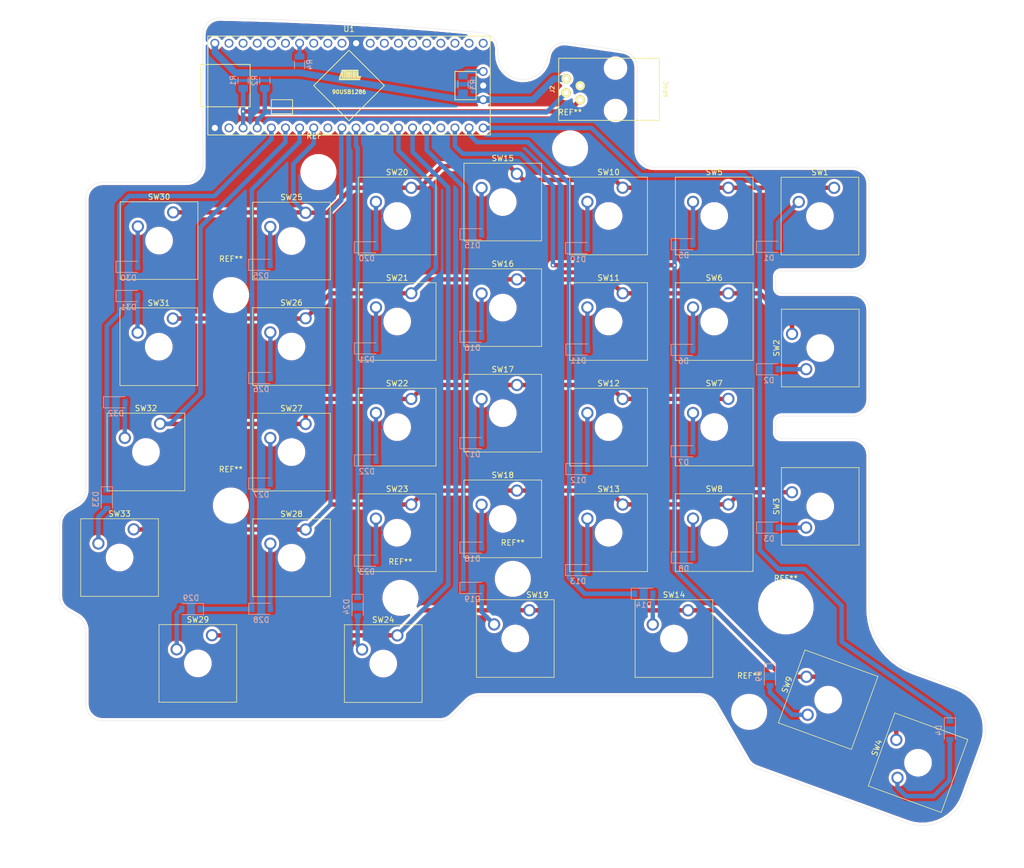
<source format=kicad_pcb>
(kicad_pcb (version 20171130) (host pcbnew 5.1.9-73d0e3b20d~88~ubuntu20.04.1)
  (layers (0 F.Cu signal) (31 B.Cu signal) (34 B.Paste user hide) (35 F.Paste user hide) (36 B.SilkS user) (37 F.SilkS user) (38 B.Mask user) (39 F.Mask user) (44 Edge.Cuts user))
  (net 0 "")
  (net 1 /KEYS_COL1)
  (net 2 "Net-(D1-Pad2)")
  (net 3 "Net-(D2-Pad2)")
  (net 4 "Net-(D3-Pad2)")
  (net 5 "Net-(D4-Pad2)")
  (net 6 "Net-(D5-Pad2)")
  (net 7 /KEY_COL2)
  (net 8 "Net-(D6-Pad2)")
  (net 9 "Net-(D7-Pad2)")
  (net 10 "Net-(D8-Pad2)")
  (net 11 "Net-(D9-Pad2)")
  (net 12 /KEYS_COL3)
  (net 13 "Net-(D10-Pad2)")
  (net 14 "Net-(D11-Pad2)")
  (net 15 "Net-(D12-Pad2)")
  (net 16 "Net-(D13-Pad2)")
  (net 17 "Net-(D14-Pad2)")
  (net 18 "Net-(D15-Pad2)")
  (net 19 /KEYS_COL4)
  (net 20 "Net-(D16-Pad2)")
  (net 21 "Net-(D17-Pad2)")
  (net 22 "Net-(D18-Pad2)")
  (net 23 "Net-(D19-Pad2)")
  (net 24 "Net-(D20-Pad2)")
  (net 25 /KEYS_COL5)
  (net 26 "Net-(D21-Pad2)")
  (net 27 "Net-(D22-Pad2)")
  (net 28 "Net-(D23-Pad2)")
  (net 29 "Net-(D24-Pad2)")
  (net 30 /KEYS_COL6)
  (net 31 "Net-(D25-Pad2)")
  (net 32 "Net-(D26-Pad2)")
  (net 33 "Net-(D27-Pad2)")
  (net 34 "Net-(D28-Pad2)")
  (net 35 "Net-(D29-Pad2)")
  (net 36 "Net-(D30-Pad2)")
  (net 37 /KEYS_COL7)
  (net 38 "Net-(D31-Pad2)")
  (net 39 "Net-(D32-Pad2)")
  (net 40 "Net-(D33-Pad2)")
  (net 41 /SCL)
  (net 42 /GND)
  (net 43 /SDA)
  (net 44 /VCC)
  (net 45 "Net-(R3-Pad2)")
  (net 46 /KEYS_ROW1)
  (net 47 /KEYS_ROW2)
  (net 48 /KEYS_ROW4)
  (net 49 /KEYS_ROW5)
  (net 50 /KEYS_ROW3)
  (net 51 "Net-(R4-Pad2)")
  (module MountingHole:MountingHole_5.5mm (layer F.Cu) (at 230.56 192.11)
    (fp_text reference REF** (at 0 -6.5) (layer F.SilkS))
    (fp_text value MountingHole_5.5mm)
    (pad 1 np_thru_hole circle (at 0 0) (size 5.5 5.5) (drill 5.5) (layers *.Cu *.Mask))
  )
  (module jeaex-lib:Hole-9mm (layer F.Cu) (at 237.17 173.18)
    (fp_text reference REF** (at 0 -5.08) (layer F.SilkS))
    (fp_text value Hole-9mm)
    (pad "" np_thru_hole circle (at 0 0) (size 9 9) (drill 9) (layers *.Cu *.Mask))
  )
  (module MountingHole:MountingHole_5.5mm (layer F.Cu) (at 188.06 168.17)
    (fp_text reference REF** (at 0 -6.5) (layer F.SilkS))
    (fp_text value MountingHole_5.5mm)
    (pad 1 np_thru_hole circle (at 0 0) (size 5.5 5.5) (drill 5.5) (layers *.Cu *.Mask))
  )
  (module MountingHole:MountingHole_5.5mm (layer F.Cu) (at 167.85 171.59)
    (fp_text reference REF** (at 0 -6.5) (layer F.SilkS))
    (fp_text value MountingHole_5.5mm)
    (pad 1 np_thru_hole circle (at 0 0) (size 5.5 5.5) (drill 5.5) (layers *.Cu *.Mask))
  )
  (module MountingHole:MountingHole_5.5mm (layer F.Cu) (at 137.34 154.97)
    (fp_text reference REF** (at 0 -6.5) (layer F.SilkS))
    (fp_text value MountingHole_5.5mm)
    (pad 1 np_thru_hole circle (at 0 0) (size 5.5 5.5) (drill 5.5) (layers *.Cu *.Mask))
  )
  (module MountingHole:MountingHole_5.5mm (layer F.Cu) (at 137.38 117.1)
    (fp_text reference REF** (at 0 -6.5) (layer F.SilkS))
    (fp_text value MountingHole_5.5mm)
    (pad 1 np_thru_hole circle (at 0 0) (size 5.5 5.5) (drill 5.5) (layers *.Cu *.Mask))
  )
  (module MountingHole:MountingHole_5.5mm (layer F.Cu) (at 153.09 94.98)
    (fp_text reference REF** (at 0 -6.5) (layer F.SilkS))
    (fp_text value MountingHole_5.5mm)
    (pad 1 np_thru_hole circle (at 0 0) (size 5.5 5.5) (drill 5.5) (layers *.Cu *.Mask))
  )
  (module MountingHole:MountingHole_5.5mm (layer F.Cu) (at 198.36 90.71)
    (fp_text reference REF** (at 0 -6.5) (layer F.SilkS))
    (fp_text value MountingHole_5.5mm)
    (pad 1 np_thru_hole circle (at 0 0) (size 5.5 5.5) (drill 5.5) (layers *.Cu *.Mask))
  )
  (module Resistor_SMD:R_1206_3216Metric_Pad1.30x1.75mm_HandSolder (layer B.Cu) (at 179.11 79.18 90)
    (fp_text reference R3 (at 0 1.82 90) (layer B.SilkS) (effects (justify mirror)))
    (fp_text value 10K)
    (pad 2 smd roundrect (at 1.55 0 90) (size 1.3 1.75) (layers B.Cu B.Paste B.Mask) (roundrect_rratio 0.1923076923076923) (net 45 "Net-(R3-Pad2)"))
    (pad 1 smd roundrect (at -1.55 0 90) (size 1.3 1.75) (layers B.Cu B.Paste B.Mask) (roundrect_rratio 0.1923076923076923) (net 44 /VCC))
  )
  (module Teensy:Teensy2.0++ (layer F.Cu) (at 158.6 79.4)
    (fp_text reference U1 (at 0 -10.16) (layer F.SilkS))
    (fp_text value "Teensy++2.0_(C)")
    (fp_text user 90USB1286 (at 0 1.143) (layer F.SilkS) (effects (font (size 0.7 0.7))))
    (pad 9 thru_hole circle (at -3.81 7.62) (size 1.6 1.6) (drill 1.1) (layers *.Cu *.Mask))
    (pad 10 thru_hole circle (at -1.27 7.62) (size 1.6 1.6) (drill 1.1) (layers *.Cu *.Mask) (net 48 /KEYS_ROW4))
    (pad 11 thru_hole circle (at 1.27 7.62) (size 1.6 1.6) (drill 1.1) (layers *.Cu *.Mask) (net 25 /KEYS_COL5))
    (pad 8 thru_hole circle (at -6.35 7.62) (size 1.6 1.6) (drill 1.1) (layers *.Cu *.Mask) (net 46 /KEYS_ROW1))
    (pad 7 thru_hole circle (at -8.89 7.62) (size 1.6 1.6) (drill 1.1) (layers *.Cu *.Mask) (net 30 /KEYS_COL6))
    (pad 6 thru_hole circle (at -11.43 7.62) (size 1.6 1.6) (drill 1.1) (layers *.Cu *.Mask) (net 50 /KEYS_ROW3))
    (pad 5 thru_hole circle (at -13.97 7.62) (size 1.6 1.6) (drill 1.1) (layers *.Cu *.Mask) (net 37 /KEYS_COL7))
    (pad 4 thru_hole circle (at -16.51 7.62) (size 1.6 1.6) (drill 1.1) (layers *.Cu *.Mask) (net 43 /SDA))
    (pad 3 thru_hole circle (at -19.05 7.62) (size 1.6 1.6) (drill 1.1) (layers *.Cu *.Mask) (net 41 /SCL))
    (pad 2 thru_hole circle (at -21.59 7.62) (size 1.6 1.6) (drill 1.1) (layers *.Cu *.Mask))
    (pad 1 thru_hole rect (at -24.13 7.62) (size 1.6 1.6) (drill 1.1) (layers *.Cu *.Mask) (net 42 /GND))
    (pad 12 thru_hole circle (at 3.81 7.62) (size 1.6 1.6) (drill 1.1) (layers *.Cu *.Mask))
    (pad 13 thru_hole circle (at 6.35 7.62) (size 1.6 1.6) (drill 1.1) (layers *.Cu *.Mask))
    (pad 14 thru_hole circle (at 8.89 7.62) (size 1.6 1.6) (drill 1.1) (layers *.Cu *.Mask) (net 47 /KEYS_ROW2))
    (pad 15 thru_hole circle (at 11.43 7.62) (size 1.6 1.6) (drill 1.1) (layers *.Cu *.Mask) (net 49 /KEYS_ROW5))
    (pad 16 thru_hole circle (at 13.97 7.62) (size 1.6 1.6) (drill 1.1) (layers *.Cu *.Mask) (net 19 /KEYS_COL4))
    (pad 17 thru_hole circle (at 16.51 7.62) (size 1.6 1.6) (drill 1.1) (layers *.Cu *.Mask))
    (pad 18 thru_hole circle (at 19.05 7.62) (size 1.6 1.6) (drill 1.1) (layers *.Cu *.Mask) (net 7 /KEY_COL2))
    (pad 19 thru_hole circle (at 21.59 7.62) (size 1.6 1.6) (drill 1.1) (layers *.Cu *.Mask) (net 12 /KEYS_COL3))
    (pad 20 thru_hole circle (at 24.13 7.62) (size 1.6 1.6) (drill 1.1) (layers *.Cu *.Mask) (net 1 /KEYS_COL1))
    (pad 21 thru_hole circle (at 24.13 2.54) (size 1.6 1.6) (drill 1.1) (layers *.Cu *.Mask) (net 44 /VCC))
    (pad 22 thru_hole circle (at 24.13 0) (size 1.6 1.6) (drill 1.1) (layers *.Cu *.Mask) (net 42 /GND))
    (pad 23 thru_hole circle (at 24.13 -2.54) (size 1.6 1.6) (drill 1.1) (layers *.Cu *.Mask) (net 45 "Net-(R3-Pad2)"))
    (pad 24 thru_hole circle (at 24.13 -7.62) (size 1.6 1.6) (drill 1.1) (layers *.Cu *.Mask))
    (pad 25 thru_hole circle (at 21.59 -7.62) (size 1.6 1.6) (drill 1.1) (layers *.Cu *.Mask))
    (pad 26 thru_hole circle (at 19.05 -7.62) (size 1.6 1.6) (drill 1.1) (layers *.Cu *.Mask))
    (pad 27 thru_hole circle (at 16.51 -7.62) (size 1.6 1.6) (drill 1.1) (layers *.Cu *.Mask))
    (pad 28 thru_hole circle (at 13.97 -7.62) (size 1.6 1.6) (drill 1.1) (layers *.Cu *.Mask))
    (pad 29 thru_hole circle (at 11.43 -7.62) (size 1.6 1.6) (drill 1.1) (layers *.Cu *.Mask))
    (pad 30 thru_hole circle (at 8.89 -7.62) (size 1.6 1.6) (drill 1.1) (layers *.Cu *.Mask))
    (pad 31 thru_hole circle (at 6.35 -7.62) (size 1.6 1.6) (drill 1.1) (layers *.Cu *.Mask))
    (pad 32 thru_hole circle (at 3.81 -7.62) (size 1.6 1.6) (drill 1.1) (layers *.Cu *.Mask))
    (pad 33 thru_hole circle (at 1.27 -7.62) (size 1.6 1.6) (drill 1.1) (layers *.Cu *.Mask) (net 42 /GND))
    (pad 34 thru_hole circle (at -1.27 -7.62) (size 1.6 1.6) (drill 1.1) (layers *.Cu *.Mask))
    (pad 35 thru_hole circle (at -3.81 -7.62) (size 1.6 1.6) (drill 1.1) (layers *.Cu *.Mask))
    (pad 36 thru_hole circle (at -6.35 -7.62) (size 1.6 1.6) (drill 1.1) (layers *.Cu *.Mask))
    (pad 37 thru_hole circle (at -8.89 -7.62) (size 1.6 1.6) (drill 1.1) (layers *.Cu *.Mask) (net 51 "Net-(R4-Pad2)"))
    (pad 38 thru_hole circle (at -11.43 -7.62) (size 1.6 1.6) (drill 1.1) (layers *.Cu *.Mask))
    (pad 39 thru_hole circle (at -13.97 -7.62) (size 1.6 1.6) (drill 1.1) (layers *.Cu *.Mask))
    (pad 40 thru_hole circle (at -16.51 -7.62) (size 1.6 1.6) (drill 1.1) (layers *.Cu *.Mask))
    (pad 41 thru_hole circle (at -19.05 -7.62) (size 1.6 1.6) (drill 1.1) (layers *.Cu *.Mask))
    (pad 42 thru_hole circle (at -21.59 -7.62) (size 1.6 1.6) (drill 1.1) (layers *.Cu *.Mask))
    (pad 43 thru_hole circle (at -24.13 -7.62) (size 1.6 1.6) (drill 1.1) (layers *.Cu *.Mask) (net 44 /VCC))
  )
  (module Resistor_SMD:R_1206_3216Metric (layer B.Cu) (at 149.7 75.6375 90)
    (fp_text reference R4 (at 0 1.82 90) (layer B.SilkS) (effects (justify mirror)))
    (fp_text value 4.7K)
    (pad 2 smd roundrect (at 1.4625 0 90) (size 1.125 1.75) (layers B.Cu B.Paste B.Mask) (roundrect_rratio 0.2222195555555556) (net 51 "Net-(R4-Pad2)"))
    (pad 1 smd roundrect (at -1.4625 0 90) (size 1.125 1.75) (layers B.Cu B.Paste B.Mask) (roundrect_rratio 0.2222195555555556) (net 44 /VCC))
  )
  (module Diode_SMD:D_SOD-123 (layer B.Cu) (at 234.13 108.41)
    (fp_text reference D1 (at 0 2) (layer B.SilkS) (effects (justify mirror)))
    (fp_text value 1N4148W)
    (pad 1 smd rect (at -1.65 0) (size 0.9 1.2) (layers B.Cu B.Paste B.Mask) (net 1 /KEYS_COL1))
    (pad 2 smd rect (at 1.65 0) (size 0.9 1.2) (layers B.Cu B.Paste B.Mask) (net 2 "Net-(D1-Pad2)"))
  )
  (module Diode_SMD:D_SOD-123 (layer B.Cu) (at 234.125 130.45)
    (fp_text reference D2 (at 0 2) (layer B.SilkS) (effects (justify mirror)))
    (fp_text value 1N4148W)
    (pad 1 smd rect (at -1.65 0) (size 0.9 1.2) (layers B.Cu B.Paste B.Mask) (net 1 /KEYS_COL1))
    (pad 2 smd rect (at 1.65 0) (size 0.9 1.2) (layers B.Cu B.Paste B.Mask) (net 3 "Net-(D2-Pad2)"))
  )
  (module Diode_SMD:D_SOD-123 (layer B.Cu) (at 234.15 158.95)
    (fp_text reference D3 (at 0 2) (layer B.SilkS) (effects (justify mirror)))
    (fp_text value 1N4148W)
    (pad 2 smd rect (at 1.65 0) (size 0.9 1.2) (layers B.Cu B.Paste B.Mask) (net 4 "Net-(D3-Pad2)"))
    (pad 1 smd rect (at -1.65 0) (size 0.9 1.2) (layers B.Cu B.Paste B.Mask) (net 1 /KEYS_COL1))
  )
  (module Diode_SMD:D_SOD-123 (layer B.Cu) (at 266.66 195.43 270)
    (fp_text reference D4 (at 0 2 90) (layer B.SilkS) (effects (justify mirror)))
    (fp_text value 1N4148W)
    (pad 2 smd rect (at 1.65 0 270) (size 0.9 1.2) (layers B.Cu B.Paste B.Mask) (net 5 "Net-(D4-Pad2)"))
    (pad 1 smd rect (at -1.65 0 270) (size 0.9 1.2) (layers B.Cu B.Paste B.Mask) (net 1 /KEYS_COL1))
  )
  (module Diode_SMD:D_SOD-123 (layer B.Cu) (at 218.8 107.94)
    (fp_text reference D5 (at 0 2) (layer B.SilkS) (effects (justify mirror)))
    (fp_text value 1N4148W)
    (pad 2 smd rect (at 1.65 0) (size 0.9 1.2) (layers B.Cu B.Paste B.Mask) (net 6 "Net-(D5-Pad2)"))
    (pad 1 smd rect (at -1.65 0) (size 0.9 1.2) (layers B.Cu B.Paste B.Mask) (net 7 /KEY_COL2))
  )
  (module Diode_SMD:D_SOD-123 (layer B.Cu) (at 218.77 126.97)
    (fp_text reference D6 (at 0 2) (layer B.SilkS) (effects (justify mirror)))
    (fp_text value 1N4148W)
    (pad 2 smd rect (at 1.65 0) (size 0.9 1.2) (layers B.Cu B.Paste B.Mask) (net 8 "Net-(D6-Pad2)"))
    (pad 1 smd rect (at -1.65 0) (size 0.9 1.2) (layers B.Cu B.Paste B.Mask) (net 7 /KEY_COL2))
  )
  (module Diode_SMD:D_SOD-123 (layer B.Cu) (at 218.79 145.21)
    (fp_text reference D7 (at 0 2) (layer B.SilkS) (effects (justify mirror)))
    (fp_text value 1N4148W)
    (pad 2 smd rect (at 1.65 0) (size 0.9 1.2) (layers B.Cu B.Paste B.Mask) (net 9 "Net-(D7-Pad2)"))
    (pad 1 smd rect (at -1.65 0) (size 0.9 1.2) (layers B.Cu B.Paste B.Mask) (net 7 /KEY_COL2))
  )
  (module Diode_SMD:D_SOD-123 (layer B.Cu) (at 218.81 164.33)
    (fp_text reference D8 (at 0 2) (layer B.SilkS) (effects (justify mirror)))
    (fp_text value 1N4148W)
    (pad 1 smd rect (at -1.65 0) (size 0.9 1.2) (layers B.Cu B.Paste B.Mask) (net 7 /KEY_COL2))
    (pad 2 smd rect (at 1.65 0) (size 0.9 1.2) (layers B.Cu B.Paste B.Mask) (net 10 "Net-(D8-Pad2)"))
  )
  (module Diode_SMD:D_SOD-123 (layer B.Cu) (at 234.3 185.7 270)
    (fp_text reference D9 (at 0 2 90) (layer B.SilkS) (effects (justify mirror)))
    (fp_text value 1N4148W)
    (pad 1 smd rect (at -1.65 0 270) (size 0.9 1.2) (layers B.Cu B.Paste B.Mask) (net 7 /KEY_COL2))
    (pad 2 smd rect (at 1.65 0 270) (size 0.9 1.2) (layers B.Cu B.Paste B.Mask) (net 11 "Net-(D9-Pad2)"))
  )
  (module Diode_SMD:D_SOD-123 (layer B.Cu) (at 199.8 108.65)
    (fp_text reference D10 (at 0 2) (layer B.SilkS) (effects (justify mirror)))
    (fp_text value 1N4148W)
    (pad 1 smd rect (at -1.65 0) (size 0.9 1.2) (layers B.Cu B.Paste B.Mask) (net 12 /KEYS_COL3))
    (pad 2 smd rect (at 1.65 0) (size 0.9 1.2) (layers B.Cu B.Paste B.Mask) (net 13 "Net-(D10-Pad2)"))
  )
  (module Diode_SMD:D_SOD-123 (layer B.Cu) (at 199.85 126.9)
    (fp_text reference D11 (at 0 2) (layer B.SilkS) (effects (justify mirror)))
    (fp_text value 1N4148W)
    (pad 2 smd rect (at 1.65 0) (size 0.9 1.2) (layers B.Cu B.Paste B.Mask) (net 14 "Net-(D11-Pad2)"))
    (pad 1 smd rect (at -1.65 0) (size 0.9 1.2) (layers B.Cu B.Paste B.Mask) (net 12 /KEYS_COL3))
  )
  (module Diode_SMD:D_SOD-123 (layer B.Cu) (at 199.85 148.4)
    (fp_text reference D12 (at 0 2) (layer B.SilkS) (effects (justify mirror)))
    (fp_text value 1N4148W)
    (pad 1 smd rect (at -1.65 0) (size 0.9 1.2) (layers B.Cu B.Paste B.Mask) (net 12 /KEYS_COL3))
    (pad 2 smd rect (at 1.65 0) (size 0.9 1.2) (layers B.Cu B.Paste B.Mask) (net 15 "Net-(D12-Pad2)"))
  )
  (module Diode_SMD:D_SOD-123 (layer B.Cu) (at 199.8 166.59)
    (fp_text reference D13 (at 0 2) (layer B.SilkS) (effects (justify mirror)))
    (fp_text value 1N4148W)
    (pad 1 smd rect (at -1.65 0) (size 0.9 1.2) (layers B.Cu B.Paste B.Mask) (net 12 /KEYS_COL3))
    (pad 2 smd rect (at 1.65 0) (size 0.9 1.2) (layers B.Cu B.Paste B.Mask) (net 16 "Net-(D13-Pad2)"))
  )
  (module Diode_SMD:D_SOD-123 (layer B.Cu) (at 211.6 170.85)
    (fp_text reference D14 (at 0 2) (layer B.SilkS) (effects (justify mirror)))
    (fp_text value 1N4148W)
    (pad 1 smd rect (at -1.65 0) (size 0.9 1.2) (layers B.Cu B.Paste B.Mask) (net 12 /KEYS_COL3))
    (pad 2 smd rect (at 1.65 0) (size 0.9 1.2) (layers B.Cu B.Paste B.Mask) (net 17 "Net-(D14-Pad2)"))
  )
  (module Diode_SMD:D_SOD-123 (layer B.Cu) (at 180.8 106.15)
    (fp_text reference D15 (at 0 2) (layer B.SilkS) (effects (justify mirror)))
    (fp_text value 1N4148W)
    (pad 2 smd rect (at 1.65 0) (size 0.9 1.2) (layers B.Cu B.Paste B.Mask) (net 18 "Net-(D15-Pad2)"))
    (pad 1 smd rect (at -1.65 0) (size 0.9 1.2) (layers B.Cu B.Paste B.Mask) (net 19 /KEYS_COL4))
  )
  (module Diode_SMD:D_SOD-123 (layer B.Cu) (at 180.8 124.6)
    (fp_text reference D16 (at 0 2) (layer B.SilkS) (effects (justify mirror)))
    (fp_text value 1N4148W)
    (pad 2 smd rect (at 1.65 0) (size 0.9 1.2) (layers B.Cu B.Paste B.Mask) (net 20 "Net-(D16-Pad2)"))
    (pad 1 smd rect (at -1.65 0) (size 0.9 1.2) (layers B.Cu B.Paste B.Mask) (net 19 /KEYS_COL4))
  )
  (module Diode_SMD:D_SOD-123 (layer B.Cu) (at 180.8 143.75)
    (fp_text reference D17 (at 0 2) (layer B.SilkS) (effects (justify mirror)))
    (fp_text value 1N4148W)
    (pad 1 smd rect (at -1.65 0) (size 0.9 1.2) (layers B.Cu B.Paste B.Mask) (net 19 /KEYS_COL4))
    (pad 2 smd rect (at 1.65 0) (size 0.9 1.2) (layers B.Cu B.Paste B.Mask) (net 21 "Net-(D17-Pad2)"))
  )
  (module Diode_SMD:D_SOD-123 (layer B.Cu) (at 180.8 162.55)
    (fp_text reference D18 (at 0 2) (layer B.SilkS) (effects (justify mirror)))
    (fp_text value 1N4148W)
    (pad 2 smd rect (at 1.65 0) (size 0.9 1.2) (layers B.Cu B.Paste B.Mask) (net 22 "Net-(D18-Pad2)"))
    (pad 1 smd rect (at -1.65 0) (size 0.9 1.2) (layers B.Cu B.Paste B.Mask) (net 19 /KEYS_COL4))
  )
  (module Diode_SMD:D_SOD-123 (layer B.Cu) (at 180.8 169.8)
    (fp_text reference D19 (at 0 2) (layer B.SilkS) (effects (justify mirror)))
    (fp_text value 1N4148W)
    (pad 1 smd rect (at -1.65 0) (size 0.9 1.2) (layers B.Cu B.Paste B.Mask) (net 19 /KEYS_COL4))
    (pad 2 smd rect (at 1.65 0) (size 0.9 1.2) (layers B.Cu B.Paste B.Mask) (net 23 "Net-(D19-Pad2)"))
  )
  (module Diode_SMD:D_SOD-123 (layer B.Cu) (at 161.8 108.5)
    (fp_text reference D20 (at 0 2) (layer B.SilkS) (effects (justify mirror)))
    (fp_text value 1N4148W)
    (pad 2 smd rect (at 1.65 0) (size 0.9 1.2) (layers B.Cu B.Paste B.Mask) (net 24 "Net-(D20-Pad2)"))
    (pad 1 smd rect (at -1.65 0) (size 0.9 1.2) (layers B.Cu B.Paste B.Mask) (net 25 /KEYS_COL5))
  )
  (module Diode_SMD:D_SOD-123 (layer B.Cu) (at 161.8 126.7)
    (fp_text reference D21 (at 0 2) (layer B.SilkS) (effects (justify mirror)))
    (fp_text value 1N4148W)
    (pad 1 smd rect (at -1.65 0) (size 0.9 1.2) (layers B.Cu B.Paste B.Mask) (net 25 /KEYS_COL5))
    (pad 2 smd rect (at 1.65 0) (size 0.9 1.2) (layers B.Cu B.Paste B.Mask) (net 26 "Net-(D21-Pad2)"))
  )
  (module Diode_SMD:D_SOD-123 (layer B.Cu) (at 161.8 146.85)
    (fp_text reference D22 (at 0 2) (layer B.SilkS) (effects (justify mirror)))
    (fp_text value 1N4148W)
    (pad 2 smd rect (at 1.65 0) (size 0.9 1.2) (layers B.Cu B.Paste B.Mask) (net 27 "Net-(D22-Pad2)"))
    (pad 1 smd rect (at -1.65 0) (size 0.9 1.2) (layers B.Cu B.Paste B.Mask) (net 25 /KEYS_COL5))
  )
  (module Diode_SMD:D_SOD-123 (layer B.Cu) (at 161.8 164.9)
    (fp_text reference D23 (at 0 2) (layer B.SilkS) (effects (justify mirror)))
    (fp_text value 1N4148W)
    (pad 1 smd rect (at -1.65 0) (size 0.9 1.2) (layers B.Cu B.Paste B.Mask) (net 25 /KEYS_COL5))
    (pad 2 smd rect (at 1.65 0) (size 0.9 1.2) (layers B.Cu B.Paste B.Mask) (net 28 "Net-(D23-Pad2)"))
  )
  (module Diode_SMD:D_SOD-123 (layer B.Cu) (at 160.15 173.2 270)
    (fp_text reference D24 (at 0 2 90) (layer B.SilkS) (effects (justify mirror)))
    (fp_text value 1N4148W)
    (pad 2 smd rect (at 1.65 0 270) (size 0.9 1.2) (layers B.Cu B.Paste B.Mask) (net 29 "Net-(D24-Pad2)"))
    (pad 1 smd rect (at -1.65 0 270) (size 0.9 1.2) (layers B.Cu B.Paste B.Mask) (net 25 /KEYS_COL5))
  )
  (module Diode_SMD:D_SOD-123 (layer B.Cu) (at 142.77 111.65)
    (fp_text reference D25 (at 0 2) (layer B.SilkS) (effects (justify mirror)))
    (fp_text value 1N4148W)
    (pad 1 smd rect (at -1.65 0) (size 0.9 1.2) (layers B.Cu B.Paste B.Mask) (net 30 /KEYS_COL6))
    (pad 2 smd rect (at 1.65 0) (size 0.9 1.2) (layers B.Cu B.Paste B.Mask) (net 31 "Net-(D25-Pad2)"))
  )
  (module Diode_SMD:D_SOD-123 (layer B.Cu) (at 142.81 132.03)
    (fp_text reference D26 (at 0 2) (layer B.SilkS) (effects (justify mirror)))
    (fp_text value 1N4148W)
    (pad 2 smd rect (at 1.65 0) (size 0.9 1.2) (layers B.Cu B.Paste B.Mask) (net 32 "Net-(D26-Pad2)"))
    (pad 1 smd rect (at -1.65 0) (size 0.9 1.2) (layers B.Cu B.Paste B.Mask) (net 30 /KEYS_COL6))
  )
  (module Diode_SMD:D_SOD-123 (layer B.Cu) (at 142.8 151.02)
    (fp_text reference D27 (at 0 2) (layer B.SilkS) (effects (justify mirror)))
    (fp_text value 1N4148W)
    (pad 1 smd rect (at -1.65 0) (size 0.9 1.2) (layers B.Cu B.Paste B.Mask) (net 30 /KEYS_COL6))
    (pad 2 smd rect (at 1.65 0) (size 0.9 1.2) (layers B.Cu B.Paste B.Mask) (net 33 "Net-(D27-Pad2)"))
  )
  (module Diode_SMD:D_SOD-123 (layer B.Cu) (at 142.81 173.56)
    (fp_text reference D28 (at 0 2) (layer B.SilkS) (effects (justify mirror)))
    (fp_text value 1N4148W)
    (pad 2 smd rect (at 1.65 0) (size 0.9 1.2) (layers B.Cu B.Paste B.Mask) (net 34 "Net-(D28-Pad2)"))
    (pad 1 smd rect (at -1.65 0) (size 0.9 1.2) (layers B.Cu B.Paste B.Mask) (net 30 /KEYS_COL6))
  )
  (module Diode_SMD:D_SOD-123 (layer B.Cu) (at 130.18 173.61 180)
    (fp_text reference D29 (at 0 2) (layer B.SilkS) (effects (justify mirror)))
    (fp_text value 1N4148W)
    (pad 1 smd rect (at -1.65 0 180) (size 0.9 1.2) (layers B.Cu B.Paste B.Mask) (net 30 /KEYS_COL6))
    (pad 2 smd rect (at 1.65 0 180) (size 0.9 1.2) (layers B.Cu B.Paste B.Mask) (net 35 "Net-(D29-Pad2)"))
  )
  (module Diode_SMD:D_SOD-123 (layer B.Cu) (at 118.94 112.02)
    (fp_text reference D30 (at 0 2) (layer B.SilkS) (effects (justify mirror)))
    (fp_text value 1N4148W)
    (pad 2 smd rect (at 1.65 0) (size 0.9 1.2) (layers B.Cu B.Paste B.Mask) (net 36 "Net-(D30-Pad2)"))
    (pad 1 smd rect (at -1.65 0) (size 0.9 1.2) (layers B.Cu B.Paste B.Mask) (net 37 /KEYS_COL7))
  )
  (module Diode_SMD:D_SOD-123 (layer B.Cu) (at 118.94 117.27)
    (fp_text reference D31 (at 0 2) (layer B.SilkS) (effects (justify mirror)))
    (fp_text value 1N4148W)
    (pad 1 smd rect (at -1.65 0) (size 0.9 1.2) (layers B.Cu B.Paste B.Mask) (net 37 /KEYS_COL7))
    (pad 2 smd rect (at 1.65 0) (size 0.9 1.2) (layers B.Cu B.Paste B.Mask) (net 38 "Net-(D31-Pad2)"))
  )
  (module Diode_SMD:D_SOD-123 (layer B.Cu) (at 116.68 136.4)
    (fp_text reference D32 (at 0 2) (layer B.SilkS) (effects (justify mirror)))
    (fp_text value 1N4148W)
    (pad 2 smd rect (at 1.65 0) (size 0.9 1.2) (layers B.Cu B.Paste B.Mask) (net 39 "Net-(D32-Pad2)"))
    (pad 1 smd rect (at -1.65 0) (size 0.9 1.2) (layers B.Cu B.Paste B.Mask) (net 37 /KEYS_COL7))
  )
  (module Diode_SMD:D_SOD-123 (layer B.Cu) (at 115.04 153.84 270)
    (fp_text reference D33 (at 0 2 90) (layer B.SilkS) (effects (justify mirror)))
    (fp_text value 1N4148W)
    (pad 1 smd rect (at -1.65 0 270) (size 0.9 1.2) (layers B.Cu B.Paste B.Mask) (net 37 /KEYS_COL7))
    (pad 2 smd rect (at 1.65 0 270) (size 0.9 1.2) (layers B.Cu B.Paste B.Mask) (net 40 "Net-(D33-Pad2)"))
  )
  (module Resistor_SMD:R_1206_3216Metric (layer B.Cu) (at 139.55 78.5 270)
    (fp_text reference R1 (at 0 1.82 90) (layer B.SilkS) (effects (justify mirror)))
    (fp_text value 4.7K)
    (pad 2 smd roundrect (at 1.4 0 270) (size 1.25 1.75) (layers B.Cu B.Paste B.Mask) (roundrect_rratio 0.2) (net 41 /SCL))
    (pad 1 smd roundrect (at -1.4 0 270) (size 1.25 1.75) (layers B.Cu B.Paste B.Mask) (roundrect_rratio 0.2) (net 44 /VCC))
  )
  (module Resistor_SMD:R_1206_3216Metric (layer B.Cu) (at 143.45 78.5 270)
    (fp_text reference R2 (at 0 1.82 90) (layer B.SilkS) (effects (justify mirror)))
    (fp_text value 4.7K)
    (pad 1 smd roundrect (at -1.4 0 270) (size 1.25 1.75) (layers B.Cu B.Paste B.Mask) (roundrect_rratio 0.2) (net 44 /VCC))
    (pad 2 smd roundrect (at 1.4 0 270) (size 1.25 1.75) (layers B.Cu B.Paste B.Mask) (roundrect_rratio 0.2) (net 43 /SDA))
  )
  (module UGL:4P4C_Jack_0955012441 (layer F.Cu) (at 214.41 80.07 90)
    (fp_text reference J2 (at 0 -19.25 90) (layer F.SilkS) (effects (font (size 0.75 0.75))))
    (fp_text value 4P4C (at 0 1.2 90) (layer F.SilkS) (effects (font (size 0.75 0.75))))
    (pad "" np_thru_hole circle (at -3.82 -7.88 90) (size 3.25 3.25) (drill 3.25) (layers *.Cu *.Mask F.SilkS))
    (pad "" np_thru_hole circle (at 3.82 -7.88 90) (size 3.25 3.25) (drill 3.25) (layers *.Cu *.Mask F.SilkS))
    (pad 4 thru_hole circle (at -1.905 -14.23 90) (size 1.7 1.7) (drill 0.9) (layers *.Cu *.Mask F.SilkS) (net 41 /SCL))
    (pad 2 thru_hole circle (at 0.635 -14.23 90) (size 1.7 1.7) (drill 0.9) (layers *.Cu *.Mask F.SilkS) (net 42 /GND))
    (pad 3 thru_hole circle (at -0.635 -16.77 90) (size 1.7 1.7) (drill 0.9) (layers *.Cu *.Mask F.SilkS) (net 43 /SDA))
    (pad 1 thru_hole circle (at 1.905 -16.77 90) (size 1.7 1.7) (drill 0.9) (layers *.Cu *.Mask F.SilkS) (net 44 /VCC))
  )
  (module CherryMX:SW_Cherry_MX_1.00u_Plate (layer F.Cu) (at 245.84 97.8)
    (fp_text reference SW1 (at -2.54 -2.794) (layer F.SilkS))
    (fp_text value FL1)
    (pad "" np_thru_hole circle (at -2.54 5.08) (size 4 4) (drill 4) (layers *.Cu *.Mask))
    (pad 2 thru_hole circle (at -6.35 2.54) (size 2.2 2.2) (drill 1.5) (layers *.Cu *.Mask) (net 2 "Net-(D1-Pad2)"))
    (pad 1 thru_hole circle (at 0 0) (size 2.2 2.2) (drill 1.5) (layers *.Cu *.Mask) (net 46 /KEYS_ROW1))
  )
  (module CherryMX:SW_Cherry_MX_1.50u_Plate (layer F.Cu) (at 238.28 124.09 90)
    (fp_text reference SW2 (at -2.54 -2.794 90) (layer F.SilkS))
    (fp_text value FL2)
    (pad "" np_thru_hole circle (at -2.54 5.08 90) (size 4 4) (drill 4) (layers *.Cu *.Mask))
    (pad 2 thru_hole circle (at -6.35 2.54 90) (size 2.2 2.2) (drill 1.5) (layers *.Cu *.Mask) (net 3 "Net-(D2-Pad2)"))
    (pad 1 thru_hole circle (at 0 0 90) (size 2.2 2.2) (drill 1.5) (layers *.Cu *.Mask) (net 47 /KEYS_ROW2))
  )
  (module CherryMX:SW_Cherry_MX_1.50u_Plate (layer F.Cu) (at 238.27 152.59 90)
    (fp_text reference SW3 (at -2.54 -2.794 90) (layer F.SilkS))
    (fp_text value FL3)
    (pad 1 thru_hole circle (at 0 0 90) (size 2.2 2.2) (drill 1.5) (layers *.Cu *.Mask) (net 48 /KEYS_ROW4))
    (pad 2 thru_hole circle (at -6.35 2.54 90) (size 2.2 2.2) (drill 1.5) (layers *.Cu *.Mask) (net 4 "Net-(D3-Pad2)"))
    (pad "" np_thru_hole circle (at -2.54 5.08 90) (size 4 4) (drill 4) (layers *.Cu *.Mask))
  )
  (module CherryMX:SW_Cherry_MX_1.75u_Plate (layer F.Cu) (at 257.03 197.14 70)
    (fp_text reference SW4 (at -2.54 -2.794 70) (layer F.SilkS))
    (fp_text value Fn)
    (pad 1 thru_hole circle (at 0 0 70) (size 2.2 2.2) (drill 1.5) (layers *.Cu *.Mask) (net 49 /KEYS_ROW5))
    (pad 2 thru_hole circle (at -6.35 2.54 70) (size 2.2 2.2) (drill 1.5) (layers *.Cu *.Mask) (net 5 "Net-(D4-Pad2)"))
    (pad "" np_thru_hole circle (at -2.54 5.08 70) (size 4 4) (drill 4) (layers *.Cu *.Mask))
  )
  (module CherryMX:SW_Cherry_MX_1.00u_Plate (layer F.Cu) (at 226.82 97.79)
    (fp_text reference SW5 (at -2.54 -2.794) (layer F.SilkS))
    (fp_text value 5)
    (pad "" np_thru_hole circle (at -2.54 5.08) (size 4 4) (drill 4) (layers *.Cu *.Mask))
    (pad 2 thru_hole circle (at -6.35 2.54) (size 2.2 2.2) (drill 1.5) (layers *.Cu *.Mask) (net 6 "Net-(D5-Pad2)"))
    (pad 1 thru_hole circle (at 0 0) (size 2.2 2.2) (drill 1.5) (layers *.Cu *.Mask) (net 46 /KEYS_ROW1))
  )
  (module CherryMX:SW_Cherry_MX_1.00u_Plate (layer F.Cu) (at 226.82 116.79)
    (fp_text reference SW6 (at -2.54 -2.794) (layer F.SilkS))
    (fp_text value T)
    (pad "" np_thru_hole circle (at -2.54 5.08) (size 4 4) (drill 4) (layers *.Cu *.Mask))
    (pad 2 thru_hole circle (at -6.35 2.54) (size 2.2 2.2) (drill 1.5) (layers *.Cu *.Mask) (net 8 "Net-(D6-Pad2)"))
    (pad 1 thru_hole circle (at 0 0) (size 2.2 2.2) (drill 1.5) (layers *.Cu *.Mask) (net 47 /KEYS_ROW2))
  )
  (module CherryMX:SW_Cherry_MX_1.00u_Plate (layer F.Cu) (at 226.82 135.78)
    (fp_text reference SW7 (at -2.54 -2.794) (layer F.SilkS))
    (fp_text value G)
    (pad 1 thru_hole circle (at 0 0) (size 2.2 2.2) (drill 1.5) (layers *.Cu *.Mask) (net 50 /KEYS_ROW3))
    (pad 2 thru_hole circle (at -6.35 2.54) (size 2.2 2.2) (drill 1.5) (layers *.Cu *.Mask) (net 9 "Net-(D7-Pad2)"))
    (pad "" np_thru_hole circle (at -2.54 5.08) (size 4 4) (drill 4) (layers *.Cu *.Mask))
  )
  (module CherryMX:SW_Cherry_MX_1.00u_Plate (layer F.Cu) (at 226.82 154.78)
    (fp_text reference SW8 (at -2.54 -2.794) (layer F.SilkS))
    (fp_text value B)
    (pad 1 thru_hole circle (at 0 0) (size 2.2 2.2) (drill 1.5) (layers *.Cu *.Mask) (net 48 /KEYS_ROW4))
    (pad 2 thru_hole circle (at -6.35 2.54) (size 2.2 2.2) (drill 1.5) (layers *.Cu *.Mask) (net 10 "Net-(D8-Pad2)"))
    (pad "" np_thru_hole circle (at -2.54 5.08) (size 4 4) (drill 4) (layers *.Cu *.Mask))
  )
  (module CherryMX:SW_Cherry_MX_1.75u_Plate (layer F.Cu) (at 240.87 185.79 70)
    (fp_text reference SW9 (at -2.54 -2.794 70) (layer F.SilkS))
    (fp_text value Mod)
    (pad "" np_thru_hole circle (at -2.54 5.08 70) (size 4 4) (drill 4) (layers *.Cu *.Mask))
    (pad 2 thru_hole circle (at -6.35 2.54 70) (size 2.2 2.2) (drill 1.5) (layers *.Cu *.Mask) (net 11 "Net-(D9-Pad2)"))
    (pad 1 thru_hole circle (at 0 0 70) (size 2.2 2.2) (drill 1.5) (layers *.Cu *.Mask) (net 49 /KEYS_ROW5))
  )
  (module CherryMX:SW_Cherry_MX_1.00u_Plate (layer F.Cu) (at 207.82 97.78)
    (fp_text reference SW10 (at -2.54 -2.794) (layer F.SilkS))
    (fp_text value 4)
    (pad "" np_thru_hole circle (at -2.54 5.08) (size 4 4) (drill 4) (layers *.Cu *.Mask))
    (pad 2 thru_hole circle (at -6.35 2.54) (size 2.2 2.2) (drill 1.5) (layers *.Cu *.Mask) (net 13 "Net-(D10-Pad2)"))
    (pad 1 thru_hole circle (at 0 0) (size 2.2 2.2) (drill 1.5) (layers *.Cu *.Mask) (net 46 /KEYS_ROW1))
  )
  (module CherryMX:SW_Cherry_MX_1.00u_Plate (layer F.Cu) (at 207.82 116.78)
    (fp_text reference SW11 (at -2.54 -2.794) (layer F.SilkS))
    (fp_text value R)
    (pad "" np_thru_hole circle (at -2.54 5.08) (size 4 4) (drill 4) (layers *.Cu *.Mask))
    (pad 2 thru_hole circle (at -6.35 2.54) (size 2.2 2.2) (drill 1.5) (layers *.Cu *.Mask) (net 14 "Net-(D11-Pad2)"))
    (pad 1 thru_hole circle (at 0 0) (size 2.2 2.2) (drill 1.5) (layers *.Cu *.Mask) (net 47 /KEYS_ROW2))
  )
  (module CherryMX:SW_Cherry_MX_1.00u_Plate (layer F.Cu) (at 207.82 135.79)
    (fp_text reference SW12 (at -2.54 -2.794) (layer F.SilkS))
    (fp_text value F)
    (pad "" np_thru_hole circle (at -2.54 5.08) (size 4 4) (drill 4) (layers *.Cu *.Mask))
    (pad 2 thru_hole circle (at -6.35 2.54) (size 2.2 2.2) (drill 1.5) (layers *.Cu *.Mask) (net 15 "Net-(D12-Pad2)"))
    (pad 1 thru_hole circle (at 0 0) (size 2.2 2.2) (drill 1.5) (layers *.Cu *.Mask) (net 50 /KEYS_ROW3))
  )
  (module CherryMX:SW_Cherry_MX_1.00u_Plate (layer F.Cu) (at 207.82 154.79)
    (fp_text reference SW13 (at -2.54 -2.794) (layer F.SilkS))
    (fp_text value V)
    (pad 1 thru_hole circle (at 0 0) (size 2.2 2.2) (drill 1.5) (layers *.Cu *.Mask) (net 48 /KEYS_ROW4))
    (pad 2 thru_hole circle (at -6.35 2.54) (size 2.2 2.2) (drill 1.5) (layers *.Cu *.Mask) (net 16 "Net-(D13-Pad2)"))
    (pad "" np_thru_hole circle (at -2.54 5.08) (size 4 4) (drill 4) (layers *.Cu *.Mask))
  )
  (module CherryMX:SW_Cherry_MX_1.75u_Plate (layer F.Cu) (at 219.58 173.84)
    (fp_text reference SW14 (at -2.54 -2.794) (layer F.SilkS))
    (fp_text value Tab)
    (pad "" np_thru_hole circle (at -2.54 5.08) (size 4 4) (drill 4) (layers *.Cu *.Mask))
    (pad 2 thru_hole circle (at -6.35 2.54) (size 2.2 2.2) (drill 1.5) (layers *.Cu *.Mask) (net 17 "Net-(D14-Pad2)"))
    (pad 1 thru_hole circle (at 0 0) (size 2.2 2.2) (drill 1.5) (layers *.Cu *.Mask) (net 49 /KEYS_ROW5))
  )
  (module CherryMX:SW_Cherry_MX_1.00u_Plate (layer F.Cu) (at 188.79 95.28)
    (fp_text reference SW15 (at -2.54 -2.794) (layer F.SilkS))
    (fp_text value 3)
    (pad "" np_thru_hole circle (at -2.54 5.08) (size 4 4) (drill 4) (layers *.Cu *.Mask))
    (pad 2 thru_hole circle (at -6.35 2.54) (size 2.2 2.2) (drill 1.5) (layers *.Cu *.Mask) (net 18 "Net-(D15-Pad2)"))
    (pad 1 thru_hole circle (at 0 0) (size 2.2 2.2) (drill 1.5) (layers *.Cu *.Mask) (net 46 /KEYS_ROW1))
  )
  (module CherryMX:SW_Cherry_MX_1.00u_Plate (layer F.Cu) (at 188.79 114.28)
    (fp_text reference SW16 (at -2.54 -2.794) (layer F.SilkS))
    (fp_text value E)
    (pad 1 thru_hole circle (at 0 0) (size 2.2 2.2) (drill 1.5) (layers *.Cu *.Mask) (net 47 /KEYS_ROW2))
    (pad 2 thru_hole circle (at -6.35 2.54) (size 2.2 2.2) (drill 1.5) (layers *.Cu *.Mask) (net 20 "Net-(D16-Pad2)"))
    (pad "" np_thru_hole circle (at -2.54 5.08) (size 4 4) (drill 4) (layers *.Cu *.Mask))
  )
  (module CherryMX:SW_Cherry_MX_1.00u_Plate (layer F.Cu) (at 188.79 133.28)
    (fp_text reference SW17 (at -2.54 -2.794) (layer F.SilkS))
    (fp_text value D)
    (pad 1 thru_hole circle (at 0 0) (size 2.2 2.2) (drill 1.5) (layers *.Cu *.Mask) (net 50 /KEYS_ROW3))
    (pad 2 thru_hole circle (at -6.35 2.54) (size 2.2 2.2) (drill 1.5) (layers *.Cu *.Mask) (net 21 "Net-(D17-Pad2)"))
    (pad "" np_thru_hole circle (at -2.54 5.08) (size 4 4) (drill 4) (layers *.Cu *.Mask))
  )
  (module CherryMX:SW_Cherry_MX_1.00u_Plate (layer F.Cu) (at 188.79 152.29)
    (fp_text reference SW18 (at -2.54 -2.794) (layer F.SilkS))
    (fp_text value C)
    (pad 1 thru_hole circle (at 0 0) (size 2.2 2.2) (drill 1.5) (layers *.Cu *.Mask) (net 48 /KEYS_ROW4))
    (pad 2 thru_hole circle (at -6.35 2.54) (size 2.2 2.2) (drill 1.5) (layers *.Cu *.Mask) (net 22 "Net-(D18-Pad2)"))
    (pad "" np_thru_hole circle (at -2.54 5.08) (size 4 4) (drill 4) (layers *.Cu *.Mask))
  )
  (module CherryMX:SW_Cherry_MX_1.25u_Plate (layer F.Cu) (at 191.04 173.83)
    (fp_text reference SW19 (at 1.44 -2.78) (layer F.SilkS))
    (fp_text value Cmd)
    (pad "" np_thru_hole circle (at -2.54 5.08) (size 4 4) (drill 4) (layers *.Cu *.Mask))
    (pad 2 thru_hole circle (at -6.35 2.54) (size 2.2 2.2) (drill 1.5) (layers *.Cu *.Mask) (net 23 "Net-(D19-Pad2)"))
    (pad 1 thru_hole circle (at 0 0) (size 2.2 2.2) (drill 1.5) (layers *.Cu *.Mask) (net 49 /KEYS_ROW5))
  )
  (module CherryMX:SW_Cherry_MX_1.00u_Plate (layer F.Cu) (at 169.79 97.79)
    (fp_text reference SW20 (at -2.54 -2.794) (layer F.SilkS))
    (fp_text value 2)
    (pad 1 thru_hole circle (at 0 0) (size 2.2 2.2) (drill 1.5) (layers *.Cu *.Mask) (net 46 /KEYS_ROW1))
    (pad 2 thru_hole circle (at -6.35 2.54) (size 2.2 2.2) (drill 1.5) (layers *.Cu *.Mask) (net 24 "Net-(D20-Pad2)"))
    (pad "" np_thru_hole circle (at -2.54 5.08) (size 4 4) (drill 4) (layers *.Cu *.Mask))
  )
  (module CherryMX:SW_Cherry_MX_1.00u_Plate (layer F.Cu) (at 169.8 116.78)
    (fp_text reference SW21 (at -2.54 -2.794) (layer F.SilkS))
    (fp_text value W)
    (pad 1 thru_hole circle (at 0 0) (size 2.2 2.2) (drill 1.5) (layers *.Cu *.Mask) (net 47 /KEYS_ROW2))
    (pad 2 thru_hole circle (at -6.35 2.54) (size 2.2 2.2) (drill 1.5) (layers *.Cu *.Mask) (net 26 "Net-(D21-Pad2)"))
    (pad "" np_thru_hole circle (at -2.54 5.08) (size 4 4) (drill 4) (layers *.Cu *.Mask))
  )
  (module CherryMX:SW_Cherry_MX_1.00u_Plate (layer F.Cu) (at 169.79 135.79)
    (fp_text reference SW22 (at -2.54 -2.794) (layer F.SilkS))
    (fp_text value S)
    (pad 1 thru_hole circle (at 0 0) (size 2.2 2.2) (drill 1.5) (layers *.Cu *.Mask) (net 50 /KEYS_ROW3))
    (pad 2 thru_hole circle (at -6.35 2.54) (size 2.2 2.2) (drill 1.5) (layers *.Cu *.Mask) (net 27 "Net-(D22-Pad2)"))
    (pad "" np_thru_hole circle (at -2.54 5.08) (size 4 4) (drill 4) (layers *.Cu *.Mask))
  )
  (module CherryMX:SW_Cherry_MX_1.00u_Plate (layer F.Cu) (at 169.79 154.79)
    (fp_text reference SW23 (at -2.54 -2.794) (layer F.SilkS))
    (fp_text value X)
    (pad 1 thru_hole circle (at 0 0) (size 2.2 2.2) (drill 1.5) (layers *.Cu *.Mask) (net 48 /KEYS_ROW4))
    (pad 2 thru_hole circle (at -6.35 2.54) (size 2.2 2.2) (drill 1.5) (layers *.Cu *.Mask) (net 28 "Net-(D23-Pad2)"))
    (pad "" np_thru_hole circle (at -2.54 5.08) (size 4 4) (drill 4) (layers *.Cu *.Mask))
  )
  (module CherryMX:SW_Cherry_MX_1.25u_Plate (layer F.Cu) (at 167.29 178.34)
    (fp_text reference SW24 (at -2.54 -2.794) (layer F.SilkS))
    (fp_text value Alt)
    (pad 1 thru_hole circle (at 0 0) (size 2.2 2.2) (drill 1.5) (layers *.Cu *.Mask) (net 49 /KEYS_ROW5))
    (pad 2 thru_hole circle (at -6.35 2.54) (size 2.2 2.2) (drill 1.5) (layers *.Cu *.Mask) (net 29 "Net-(D24-Pad2)"))
    (pad "" np_thru_hole circle (at -2.54 5.08) (size 4 4) (drill 4) (layers *.Cu *.Mask))
  )
  (module CherryMX:SW_Cherry_MX_1.00u_Plate (layer F.Cu) (at 150.79 102.29)
    (fp_text reference SW25 (at -2.54 -2.794) (layer F.SilkS))
    (fp_text value 1)
    (pad 1 thru_hole circle (at 0 0) (size 2.2 2.2) (drill 1.5) (layers *.Cu *.Mask) (net 46 /KEYS_ROW1))
    (pad 2 thru_hole circle (at -6.35 2.54) (size 2.2 2.2) (drill 1.5) (layers *.Cu *.Mask) (net 31 "Net-(D25-Pad2)"))
    (pad "" np_thru_hole circle (at -2.54 5.08) (size 4 4) (drill 4) (layers *.Cu *.Mask))
  )
  (module CherryMX:SW_Cherry_MX_1.00u_Plate (layer F.Cu) (at 150.79 121.28)
    (fp_text reference SW26 (at -2.54 -2.794) (layer F.SilkS))
    (fp_text value Q)
    (pad "" np_thru_hole circle (at -2.54 5.08) (size 4 4) (drill 4) (layers *.Cu *.Mask))
    (pad 2 thru_hole circle (at -6.35 2.54) (size 2.2 2.2) (drill 1.5) (layers *.Cu *.Mask) (net 32 "Net-(D26-Pad2)"))
    (pad 1 thru_hole circle (at 0 0) (size 2.2 2.2) (drill 1.5) (layers *.Cu *.Mask) (net 47 /KEYS_ROW2))
  )
  (module CherryMX:SW_Cherry_MX_1.00u_Plate (layer F.Cu) (at 150.79 140.29)
    (fp_text reference SW27 (at -2.54 -2.794) (layer F.SilkS))
    (fp_text value A)
    (pad "" np_thru_hole circle (at -2.54 5.08) (size 4 4) (drill 4) (layers *.Cu *.Mask))
    (pad 2 thru_hole circle (at -6.35 2.54) (size 2.2 2.2) (drill 1.5) (layers *.Cu *.Mask) (net 33 "Net-(D27-Pad2)"))
    (pad 1 thru_hole circle (at 0 0) (size 2.2 2.2) (drill 1.5) (layers *.Cu *.Mask) (net 50 /KEYS_ROW3))
  )
  (module CherryMX:SW_Cherry_MX_1.00u_Plate (layer F.Cu) (at 150.8 159.29)
    (fp_text reference SW28 (at -2.54 -2.794) (layer F.SilkS))
    (fp_text value Z)
    (pad "" np_thru_hole circle (at -2.54 5.08) (size 4 4) (drill 4) (layers *.Cu *.Mask))
    (pad 2 thru_hole circle (at -6.35 2.54) (size 2.2 2.2) (drill 1.5) (layers *.Cu *.Mask) (net 34 "Net-(D28-Pad2)"))
    (pad 1 thru_hole circle (at 0 0) (size 2.2 2.2) (drill 1.5) (layers *.Cu *.Mask) (net 48 /KEYS_ROW4))
  )
  (module CherryMX:SW_Cherry_MX_2.25u_Plate (layer F.Cu) (at 133.95 178.31)
    (fp_text reference SW29 (at -2.54 -2.794) (layer F.SilkS))
    (fp_text value Ctrl)
    (pad "" np_thru_hole circle (at -2.54 5.08) (size 4 4) (drill 4) (layers *.Cu *.Mask))
    (pad 2 thru_hole circle (at -6.35 2.54) (size 2.2 2.2) (drill 1.5) (layers *.Cu *.Mask) (net 35 "Net-(D29-Pad2)"))
    (pad 1 thru_hole circle (at 0 0) (size 2.2 2.2) (drill 1.5) (layers *.Cu *.Mask) (net 49 /KEYS_ROW5))
  )
  (module CherryMX:SW_Cherry_MX_1.50u_Plate (layer F.Cu) (at 126.97 102.22)
    (fp_text reference SW30 (at -2.54 -2.794) (layer F.SilkS))
    (fp_text value FL4)
    (pad "" np_thru_hole circle (at -2.54 5.08) (size 4 4) (drill 4) (layers *.Cu *.Mask))
    (pad 2 thru_hole circle (at -6.35 2.54) (size 2.2 2.2) (drill 1.5) (layers *.Cu *.Mask) (net 36 "Net-(D30-Pad2)"))
    (pad 1 thru_hole circle (at 0 0) (size 2.2 2.2) (drill 1.5) (layers *.Cu *.Mask) (net 46 /KEYS_ROW1))
  )
  (module CherryMX:SW_Cherry_MX_1.50u_Plate (layer F.Cu) (at 126.92 121.32)
    (fp_text reference SW31 (at -2.54 -2.794) (layer F.SilkS))
    (fp_text value ESC)
    (pad 1 thru_hole circle (at 0 0) (size 2.2 2.2) (drill 1.5) (layers *.Cu *.Mask) (net 47 /KEYS_ROW2))
    (pad 2 thru_hole circle (at -6.35 2.54) (size 2.2 2.2) (drill 1.5) (layers *.Cu *.Mask) (net 38 "Net-(D31-Pad2)"))
    (pad "" np_thru_hole circle (at -2.54 5.08) (size 4 4) (drill 4) (layers *.Cu *.Mask))
  )
  (module CherryMX:SW_Cherry_MX_1.75u_Plate (layer F.Cu) (at 124.62 140.26)
    (fp_text reference SW32 (at -2.54 -2.794) (layer F.SilkS))
    (fp_text value BS)
    (pad 1 thru_hole circle (at 0 0) (size 2.2 2.2) (drill 1.5) (layers *.Cu *.Mask) (net 50 /KEYS_ROW3))
    (pad 2 thru_hole circle (at -6.35 2.54) (size 2.2 2.2) (drill 1.5) (layers *.Cu *.Mask) (net 39 "Net-(D32-Pad2)"))
    (pad "" np_thru_hole circle (at -2.54 5.08) (size 4 4) (drill 4) (layers *.Cu *.Mask))
  )
  (module CherryMX:SW_Cherry_MX_2.25u_Plate (layer F.Cu) (at 119.87 159.26)
    (fp_text reference SW33 (at -2.54 -2.794) (layer F.SilkS))
    (fp_text value Shift)
    (pad 1 thru_hole circle (at 0 0) (size 2.2 2.2) (drill 1.5) (layers *.Cu *.Mask) (net 48 /KEYS_ROW4))
    (pad 2 thru_hole circle (at -6.35 2.54) (size 2.2 2.2) (drill 1.5) (layers *.Cu *.Mask) (net 40 "Net-(D33-Pad2)"))
    (pad "" np_thru_hole circle (at -2.54 5.08) (size 4 4) (drill 4) (layers *.Cu *.Mask))
  )
  (gr_arc (start 135.315721 70.229416) (end 135.377558 67.230053) (angle -91.181099) (layer Edge.Cuts) (width 0.05))
  (gr_line (start 132.315721 93.804489) (end 132.315721 70.229416) (layer Edge.Cuts) (width 0.05))
  (gr_line (start 178.160142 69.491166) (end 182.668992 69.920121) (layer Edge.Cuts) (width 0.05))
  (gr_line (start 173.64525 69.102677) (end 178.160142 69.491166) (layer Edge.Cuts) (width 0.05))
  (gr_line (start 164.599839 68.441391) (end 173.64525 69.102677) (layer Edge.Cuts) (width 0.05))
  (gr_line (start 155.538804 67.924515) (end 164.599839 68.441391) (layer Edge.Cuts) (width 0.05))
  (gr_line (start 146.468065 67.539719) (end 155.538804 67.924515) (layer Edge.Cuts) (width 0.05))
  (gr_line (start 137.392015 67.274155) (end 146.468065 67.539719) (layer Edge.Cuts) (width 0.05))
  (gr_line (start 135.377549 67.230057) (end 137.392015 67.274155) (layer Edge.Cuts) (width 0.05))
  (gr_arc (start 129.315721 93.804489) (end 129.315721 96.804489) (angle -90.000003) (layer Edge.Cuts) (width 0.05))
  (gr_line (start 114.265855 96.804489) (end 129.315721 96.804489) (layer Edge.Cuts) (width 0.05))
  (gr_line (start 252.143052 135.896561) (end 252.143052 119.770157) (layer Edge.Cuts) (width 0.05))
  (gr_arc (start 249.143052 135.896561) (end 249.143052 138.896561) (angle -90.000003) (layer Edge.Cuts) (width 0.05))
  (gr_arc (start 249.143052 119.770157) (end 252.143052 119.770157) (angle -90.000003) (layer Edge.Cuts) (width 0.05))
  (gr_line (start 236.343065 116.770157) (end 249.143052 116.770157) (layer Edge.Cuts) (width 0.05))
  (gr_arc (start 236.343065 115.770157) (end 235.343065 115.770157) (angle -89.999992) (layer Edge.Cuts) (width 0.05))
  (gr_line (start 235.343065 115.770157) (end 235.343065 113.770157) (layer Edge.Cuts) (width 0.05))
  (gr_arc (start 236.343065 113.770157) (end 236.343065 112.770157) (angle -90.000002) (layer Edge.Cuts) (width 0.05))
  (gr_line (start 249.143052 112.770157) (end 236.343065 112.770157) (layer Edge.Cuts) (width 0.05))
  (gr_arc (start 249.143052 109.770157) (end 249.143052 112.770157) (angle -90.000003) (layer Edge.Cuts) (width 0.05))
  (gr_line (start 252.143052 109.770157) (end 252.143052 97.085038) (layer Edge.Cuts) (width 0.05))
  (gr_arc (start 249.143052 97.085038) (end 252.143052 97.085038) (angle -90.000003) (layer Edge.Cuts) (width 0.05))
  (gr_line (start 249.143052 94.085038) (end 213.422044 94.085038) (layer Edge.Cuts) (width 0.05))
  (gr_arc (start 213.422044 91.085038) (end 210.422044 91.085038) (angle -89.999992) (layer Edge.Cuts) (width 0.05))
  (gr_line (start 210.422044 91.085038) (end 210.422044 76.112015) (layer Edge.Cuts) (width 0.05))
  (gr_arc (start 207.422044 76.112015) (end 210.422044 76.112015) (angle -81.027627) (layer Edge.Cuts) (width 0.05))
  (gr_arc (start 141.254136 495.187637) (end 207.889943 73.148733) (angle -1.378093) (layer Edge.Cuts) (width 0.05))
  (gr_arc (start 197.324144 74.641892) (end 197.720616 71.668205) (angle -91.183661) (layer Edge.Cuts) (width 0.05))
  (gr_arc (start 189.87108 73.804489) (end 185.37108 73.804489) (angle -173.589374) (layer Edge.Cuts) (width 0.05))
  (gr_line (start 185.37108 73.804489) (end 185.37108 72.905289) (layer Edge.Cuts) (width 0.05))
  (gr_arc (start 182.37108 72.905289) (end 185.37108 72.905289) (angle -84.300981) (layer Edge.Cuts) (width 0.05))
  (gr_arc (start 114.265855 99.804489) (end 114.265855 96.804489) (angle -89.999992) (layer Edge.Cuts) (width 0.05))
  (gr_line (start 111.265855 152.072434) (end 111.265855 99.804489) (layer Edge.Cuts) (width 0.05))
  (gr_arc (start 108.265855 152.072434) (end 109.765855 154.67051) (angle -60.000002) (layer Edge.Cuts) (width 0.05))
  (gr_line (start 108.012681 155.682724) (end 109.765855 154.670517) (layer Edge.Cuts) (width 0.05))
  (gr_arc (start 109.512681 158.280808) (end 108.012681 155.682732) (angle -59.999992) (layer Edge.Cuts) (width 0.05))
  (gr_line (start 106.512681 158.280808) (end 106.512681 171.258713) (layer Edge.Cuts) (width 0.05))
  (gr_arc (start 109.512681 171.258713) (end 106.512681 171.258713) (angle -59.999992) (layer Edge.Cuts) (width 0.05))
  (gr_line (start 109.765855 174.869004) (end 108.012681 173.856797) (layer Edge.Cuts) (width 0.05))
  (gr_arc (start 108.265855 177.467087) (end 111.265855 177.467087) (angle -60.000002) (layer Edge.Cuts) (width 0.05))
  (gr_line (start 111.265855 190.735031) (end 111.265855 177.467087) (layer Edge.Cuts) (width 0.05))
  (gr_arc (start 114.265855 190.735031) (end 111.265855 190.73503) (angle -90.000002) (layer Edge.Cuts) (width 0.05))
  (gr_line (start 114.265855 193.735031) (end 175.02324 193.735031) (layer Edge.Cuts) (width 0.05))
  (gr_arc (start 175.02324 190.735031) (end 175.02324 193.735031) (angle -45.000002) (layer Edge.Cuts) (width 0.05))
  (gr_line (start 177.144517 192.856339) (end 179.887193 190.113724) (layer Edge.Cuts) (width 0.05))
  (gr_arc (start 182.008531 192.235031) (end 182.008531 189.235031) (angle -44.999997) (layer Edge.Cuts) (width 0.05))
  (gr_line (start 182.008531 189.235031) (end 221.770067 189.235031) (layer Edge.Cuts) (width 0.05))
  (gr_arc (start 221.770067 192.235031) (end 224.368143 190.735031) (angle -60.000002) (layer Edge.Cuts) (width 0.05))
  (gr_line (start 224.36815 190.735031) (end 230.209581 200.852707) (layer Edge.Cuts) (width 0.05))
  (gr_arc (start 232.807664 199.352707) (end 230.209588 200.852707) (angle -39.999998) (layer Edge.Cuts) (width 0.05))
  (gr_line (start 231.781602 202.171769) (end 258.946336 212.058944) (layer Edge.Cuts) (width 0.05))
  (gr_arc (start 261.682481 204.541397) (end 258.94632 212.058937) (angle -89.999998) (layer Edge.Cuts) (width 0.05))
  (gr_line (start 269.200059 207.277542) (end 272.60222 197.930161) (layer Edge.Cuts) (width 0.05))
  (gr_arc (start 265.084642 195.193985) (end 272.602183 197.930146) (angle -90.000001) (layer Edge.Cuts) (width 0.05))
  (gr_line (start 267.820848 187.676468) (end 260.038804 184.84404) (layer Edge.Cuts) (width 0.05))
  (gr_arc (start 264.143052 173.567734) (end 252.143052 173.567735) (angle -69.999996) (layer Edge.Cuts) (width 0.05))
  (gr_line (start 252.143052 173.567734) (end 252.143052 145.896561) (layer Edge.Cuts) (width 0.05))
  (gr_arc (start 249.143052 145.896561) (end 252.143052 145.896561) (angle -90.000003) (layer Edge.Cuts) (width 0.05))
  (gr_line (start 236.343065 142.896561) (end 249.143052 142.896561) (layer Edge.Cuts) (width 0.05))
  (gr_arc (start 236.343065 141.896561) (end 235.343065 141.896561) (angle -89.999992) (layer Edge.Cuts) (width 0.05))
  (gr_line (start 235.343065 141.896561) (end 235.343065 139.896561) (layer Edge.Cuts) (width 0.05))
  (gr_arc (start 236.343065 139.896561) (end 236.343065 138.896561) (angle -89.999992) (layer Edge.Cuts) (width 0.05))
  (gr_line (start 249.143052 138.896561) (end 236.343065 138.896561) (layer Edge.Cuts) (width 0.05))
  (segment (start 232.48 108.41) (end 232.48 130.295) (width 0.8) (layer B.Cu) (net 1))
  (segment (start 232.5 130.475) (end 232.475 130.45) (width 0.8) (layer B.Cu) (net 1))
  (segment (start 232.5 158.95) (end 232.5 130.475) (width 0.8) (layer B.Cu) (net 1))
  (segment (start 183.86137 87.02) (end 183.86637 87.025) (width 0.8) (layer B.Cu) (net 1))
  (segment (start 183.86637 87.025) (end 202.2 87.025) (width 0.8) (layer B.Cu) (net 1))
  (segment (start 182.73 87.02) (end 183.86137 87.02) (width 0.8) (layer B.Cu) (net 1))
  (segment (start 211.02 95.52) (end 202.2 87.025) (width 0.8) (layer B.Cu) (net 1))
  (segment (start 211.02 95.52) (end 229.695 95.52) (width 0.8) (layer B.Cu) (net 1))
  (segment (start 232.48 98.305) (end 232.48 108.41) (width 0.8) (layer B.Cu) (net 1))
  (segment (start 229.695 95.52) (end 232.48 98.305) (width 0.8) (layer B.Cu) (net 1))
  (segment (start 247.2 173) (end 247.2 179.5) (width 0.8) (layer B.Cu) (net 1))
  (segment (start 240.6 166.4) (end 247.2 173) (width 0.8) (layer B.Cu) (net 1))
  (segment (start 235.875 166.4) (end 240.6 166.4) (width 0.8) (layer B.Cu) (net 1))
  (segment (start 232.5 163.025) (end 235.875 166.4) (width 0.8) (layer B.Cu) (net 1))
  (segment (start 232.5 158.95) (end 232.5 163.025) (width 0.8) (layer B.Cu) (net 1))
  (segment (start 266.66 192.985) (end 247.225 179.525) (width 0.8) (layer B.Cu) (net 1))
  (segment (start 266.66 193.78) (end 266.66 192.985) (width 0.8) (layer B.Cu) (net 1))
  (segment (start 235.78 104.05) (end 239.49 100.34) (width 0.8) (layer B.Cu) (net 2))
  (segment (start 235.78 108.41) (end 235.78 104.05) (width 0.8) (layer B.Cu) (net 2))
  (segment (start 240.81 130.45) (end 240.82 130.44) (width 0.8) (layer B.Cu) (net 3))
  (segment (start 235.775 130.45) (end 240.81 130.45) (width 0.8) (layer B.Cu) (net 3))
  (segment (start 240.8 158.95) (end 240.81 158.94) (width 0.8) (layer B.Cu) (net 4))
  (segment (start 235.875 158.95) (end 240.8 158.95) (width 0.8) (layer B.Cu) (net 4))
  (segment (start 257.244991 203.975779) (end 257.244991 205.724991) (width 0.8) (layer B.Cu) (net 5))
  (segment (start 257.244991 205.724991) (end 258.79 207.27) (width 0.8) (layer B.Cu) (net 5))
  (segment (start 258.79 207.27) (end 263.78 207.27) (width 0.8) (layer B.Cu) (net 5))
  (segment (start 266.66 204.39) (end 266.66 197.08) (width 0.8) (layer B.Cu) (net 5))
  (segment (start 263.78 207.27) (end 266.66 204.39) (width 0.8) (layer B.Cu) (net 5))
  (segment (start 220.47 107.92) (end 220.45 107.94) (width 0.8) (layer B.Cu) (net 6))
  (segment (start 220.47 100.33) (end 220.47 107.92) (width 0.8) (layer B.Cu) (net 6))
  (segment (start 217.12 145.19) (end 217.14 145.21) (width 0.8) (layer B.Cu) (net 7))
  (segment (start 217.12 126.97) (end 217.12 145.19) (width 0.8) (layer B.Cu) (net 7))
  (segment (start 217.14 164.31) (end 217.16 164.33) (width 0.8) (layer B.Cu) (net 7))
  (segment (start 217.14 145.21) (end 217.14 164.31) (width 0.8) (layer B.Cu) (net 7))
  (segment (start 217.16 164.33) (end 217.16 166.11) (width 0.8) (layer B.Cu) (net 7))
  (segment (start 234.3 184.05) (end 234.3 183.575) (width 0.8) (layer B.Cu) (net 7))
  (segment (start 234.3 183.575) (end 231.275 180.55) (width 0.8) (layer B.Cu) (net 7))
  (segment (start 231.275 180.55) (end 231.25 180.55) (width 0.8) (layer B.Cu) (net 7))
  (segment (start 217.16 166.46) (end 217.16 166.11) (width 0.8) (layer B.Cu) (net 7))
  (segment (start 231.25 180.55) (end 217.16 166.46) (width 0.8) (layer B.Cu) (net 7))
  (segment (start 217.15 126.94) (end 217.12 126.97) (width 0.8) (layer B.Cu) (net 7))
  (segment (start 217.15 107.94) (end 217.15 111.75) (width 0.8) (layer B.Cu) (net 7))
  (segment (start 177.65 87.02) (end 177.65 90.275) (width 0.8) (layer B.Cu) (net 7))
  (segment (start 177.65 90.275) (end 179.05 91.675) (width 0.8) (layer B.Cu) (net 7))
  (segment (start 179.05 91.675) (end 189.5 91.675) (width 0.8) (layer B.Cu) (net 7))
  (segment (start 189.5 91.675) (end 195 97.175) (width 0.8) (layer B.Cu) (net 7))
  (segment (start 195 97.175) (end 195.275 97.45) (width 0.8) (layer B.Cu) (net 7))
  (segment (start 195.275 97.45) (end 195.275 111.725) (width 0.8) (layer B.Cu) (net 7))
  (segment (start 195.275 111.725) (end 195.275 111.725) (width 0.8) (layer B.Cu) (net 7))
  (via (at 195.275 111.725) (size 0.8) (drill 0.4) (layers F.Cu B.Cu) (net 7))
  (segment (start 195.275 111.725) (end 217.15 111.725) (width 0.8) (layer F.Cu) (net 7))
  (segment (start 217.15 111.75) (end 217.15 126.94) (width 0.8) (layer B.Cu) (net 7))
  (via (at 217.15 111.75) (size 0.8) (drill 0.4) (layers F.Cu B.Cu) (net 7))
  (segment (start 220.47 126.92) (end 220.42 126.97) (width 0.8) (layer B.Cu) (net 8))
  (segment (start 220.47 119.33) (end 220.47 126.92) (width 0.8) (layer B.Cu) (net 8))
  (segment (start 220.47 145.18) (end 220.44 145.21) (width 0.8) (layer B.Cu) (net 9))
  (segment (start 220.47 138.32) (end 220.47 145.18) (width 0.8) (layer B.Cu) (net 9))
  (segment (start 220.47 164.32) (end 220.46 164.33) (width 0.8) (layer B.Cu) (net 10))
  (segment (start 220.47 157.32) (end 220.47 164.32) (width 0.8) (layer B.Cu) (net 10))
  (segment (start 239.529357 192.625779) (end 241.084991 192.625779) (width 0.8) (layer B.Cu) (net 11))
  (segment (start 238.325779 192.625779) (end 239.529357 192.625779) (width 0.8) (layer B.Cu) (net 11))
  (segment (start 234.3 188.6) (end 238.325779 192.625779) (width 0.8) (layer B.Cu) (net 11))
  (segment (start 234.3 187.35) (end 234.3 188.6) (width 0.8) (layer B.Cu) (net 11))
  (segment (start 198.15 126.85) (end 198.2 126.9) (width 0.8) (layer B.Cu) (net 12))
  (segment (start 198.15 108.65) (end 198.15 126.85) (width 0.8) (layer B.Cu) (net 12))
  (segment (start 198.2 126.9) (end 198.2 148.4) (width 0.8) (layer B.Cu) (net 12))
  (segment (start 198.2 166.54) (end 198.15 166.59) (width 0.8) (layer B.Cu) (net 12))
  (segment (start 198.2 148.4) (end 198.2 166.54) (width 0.8) (layer B.Cu) (net 12))
  (segment (start 198.15 100.35) (end 198.15 108.65) (width 0.8) (layer B.Cu) (net 12))
  (segment (start 198.15 167.99) (end 198.15 166.59) (width 0.8) (layer B.Cu) (net 12))
  (segment (start 201.01 170.85) (end 198.15 167.99) (width 0.8) (layer B.Cu) (net 12))
  (segment (start 209.95 170.85) (end 201.01 170.85) (width 0.8) (layer B.Cu) (net 12))
  (segment (start 180.19 88.15137) (end 181.61363 89.575) (width 0.8) (layer B.Cu) (net 12))
  (segment (start 180.19 87.02) (end 180.19 88.15137) (width 0.8) (layer B.Cu) (net 12))
  (segment (start 181.61363 89.575) (end 190.725 89.575) (width 0.8) (layer B.Cu) (net 12))
  (segment (start 198.15 97) (end 198.15 100.35) (width 0.8) (layer B.Cu) (net 12))
  (segment (start 190.725 89.575) (end 198.15 97) (width 0.8) (layer B.Cu) (net 12))
  (segment (start 201.47 108.63) (end 201.45 108.65) (width 0.8) (layer B.Cu) (net 13))
  (segment (start 201.47 100.32) (end 201.47 108.63) (width 0.8) (layer B.Cu) (net 13))
  (segment (start 201.47 126.87) (end 201.5 126.9) (width 0.8) (layer B.Cu) (net 14))
  (segment (start 201.47 119.32) (end 201.47 126.87) (width 0.8) (layer B.Cu) (net 14))
  (segment (start 201.47 148.37) (end 201.5 148.4) (width 0.8) (layer B.Cu) (net 15))
  (segment (start 201.47 138.33) (end 201.47 148.37) (width 0.8) (layer B.Cu) (net 15))
  (segment (start 201.47 166.57) (end 201.45 166.59) (width 0.8) (layer B.Cu) (net 16))
  (segment (start 201.47 157.33) (end 201.47 166.57) (width 0.8) (layer B.Cu) (net 16))
  (segment (start 213.23 170.87) (end 213.25 170.85) (width 0.8) (layer B.Cu) (net 17))
  (segment (start 213.23 176.38) (end 213.23 170.87) (width 0.8) (layer B.Cu) (net 17))
  (segment (start 182.44 106.14) (end 182.45 106.15) (width 0.8) (layer B.Cu) (net 18))
  (segment (start 182.44 97.82) (end 182.44 106.14) (width 0.8) (layer B.Cu) (net 18))
  (segment (start 179.15 106.15) (end 179.15 124.6) (width 0.8) (layer B.Cu) (net 19))
  (segment (start 179.15 124.6) (end 179.15 143.75) (width 0.8) (layer B.Cu) (net 19))
  (segment (start 179.15 143.75) (end 179.15 162.55) (width 0.8) (layer B.Cu) (net 19))
  (segment (start 179.15 169.8) (end 179.15 162.55) (width 0.8) (layer B.Cu) (net 19))
  (segment (start 172.57 87.02) (end 172.57 91.02) (width 0.8) (layer B.Cu) (net 19))
  (segment (start 179.15 97.6) (end 179.15 106.15) (width 0.8) (layer B.Cu) (net 19))
  (segment (start 172.57 91.02) (end 179.15 97.6) (width 0.8) (layer B.Cu) (net 19))
  (segment (start 182.44 124.59) (end 182.45 124.6) (width 0.8) (layer B.Cu) (net 20))
  (segment (start 182.44 116.82) (end 182.44 124.59) (width 0.8) (layer B.Cu) (net 20))
  (segment (start 182.45 135.83) (end 182.44 135.82) (width 0.8) (layer B.Cu) (net 21))
  (segment (start 182.45 143.75) (end 182.45 135.83) (width 0.8) (layer B.Cu) (net 21))
  (segment (start 182.45 154.84) (end 182.44 154.83) (width 0.8) (layer B.Cu) (net 22))
  (segment (start 182.45 162.55) (end 182.45 154.84) (width 0.8) (layer B.Cu) (net 22))
  (segment (start 182.45 174.13) (end 184.69 176.37) (width 0.8) (layer B.Cu) (net 23))
  (segment (start 182.45 169.8) (end 182.45 174.13) (width 0.8) (layer B.Cu) (net 23))
  (segment (start 163.45 100.34) (end 163.44 100.33) (width 0.8) (layer B.Cu) (net 24))
  (segment (start 163.45 108.5) (end 163.45 100.34) (width 0.8) (layer B.Cu) (net 24))
  (segment (start 160.15 171.55) (end 160.15 164.9) (width 0.8) (layer B.Cu) (net 25))
  (segment (start 160.15 164.9) (end 160.15 146.85) (width 0.8) (layer B.Cu) (net 25))
  (segment (start 160.15 146.85) (end 160.15 108.5) (width 0.8) (layer B.Cu) (net 25))
  (segment (start 159.87 87.02) (end 159.87 90.33) (width 0.8) (layer B.Cu) (net 25))
  (segment (start 160.15 90.61) (end 160.15 108.5) (width 0.8) (layer B.Cu) (net 25))
  (segment (start 159.87 90.33) (end 160.15 90.61) (width 0.8) (layer B.Cu) (net 25))
  (segment (start 163.45 126.7) (end 163.45 119.32) (width 0.8) (layer B.Cu) (net 26))
  (segment (start 163.45 138.34) (end 163.44 138.33) (width 0.8) (layer B.Cu) (net 27))
  (segment (start 163.45 146.85) (end 163.45 138.34) (width 0.8) (layer B.Cu) (net 27))
  (segment (start 163.45 157.34) (end 163.44 157.33) (width 0.8) (layer B.Cu) (net 28))
  (segment (start 163.45 164.9) (end 163.45 157.34) (width 0.8) (layer B.Cu) (net 28))
  (segment (start 160.15 180.09) (end 160.94 180.88) (width 0.8) (layer B.Cu) (net 29))
  (segment (start 160.15 174.85) (end 160.15 180.09) (width 0.8) (layer B.Cu) (net 29))
  (segment (start 141.16 151.03) (end 141.15 151.02) (width 0.8) (layer B.Cu) (net 30))
  (segment (start 141.16 173.56) (end 141.16 151.03) (width 0.8) (layer B.Cu) (net 30))
  (segment (start 141.15 132.04) (end 141.16 132.03) (width 0.8) (layer B.Cu) (net 30))
  (segment (start 141.15 151.02) (end 141.15 132.04) (width 0.8) (layer B.Cu) (net 30))
  (segment (start 141.16 111.69) (end 141.12 111.65) (width 0.8) (layer B.Cu) (net 30))
  (segment (start 141.16 132.03) (end 141.16 111.69) (width 0.8) (layer B.Cu) (net 30))
  (segment (start 149.71 89.52) (end 149.71 87.02) (width 0.8) (layer B.Cu) (net 30))
  (segment (start 141.12 98.11) (end 149.71 89.52) (width 0.8) (layer B.Cu) (net 30))
  (segment (start 141.12 111.65) (end 141.12 98.11) (width 0.8) (layer B.Cu) (net 30))
  (segment (start 141.11 173.61) (end 141.16 173.56) (width 0.8) (layer B.Cu) (net 30))
  (segment (start 131.83 173.61) (end 141.11 173.61) (width 0.8) (layer B.Cu) (net 30))
  (segment (start 144.42 104.85) (end 144.44 104.83) (width 0.8) (layer B.Cu) (net 31))
  (segment (start 144.42 111.65) (end 144.42 104.85) (width 0.8) (layer B.Cu) (net 31))
  (segment (start 144.46 123.84) (end 144.44 123.82) (width 0.8) (layer B.Cu) (net 32))
  (segment (start 144.46 132.03) (end 144.46 123.84) (width 0.8) (layer B.Cu) (net 32))
  (segment (start 144.45 142.84) (end 144.44 142.83) (width 0.8) (layer B.Cu) (net 33))
  (segment (start 144.45 151.02) (end 144.45 142.84) (width 0.8) (layer B.Cu) (net 33))
  (segment (start 144.45 173.55) (end 144.46 173.56) (width 0.8) (layer B.Cu) (net 34))
  (segment (start 144.45 161.83) (end 144.45 173.55) (width 0.8) (layer B.Cu) (net 34))
  (segment (start 127.6 174.54) (end 128.53 173.61) (width 0.8) (layer B.Cu) (net 35))
  (segment (start 127.6 180.85) (end 127.6 174.54) (width 0.8) (layer B.Cu) (net 35))
  (segment (start 120.59 104.79) (end 120.62 104.76) (width 0.8) (layer B.Cu) (net 36))
  (segment (start 120.59 112.02) (end 120.59 104.79) (width 0.8) (layer B.Cu) (net 36))
  (segment (start 115.04 136.41) (end 115.03 136.4) (width 0.8) (layer B.Cu) (net 37))
  (segment (start 115.04 152.19) (end 115.04 136.41) (width 0.8) (layer B.Cu) (net 37))
  (segment (start 115.03 136.4) (end 115.03 122.68) (width 0.8) (layer B.Cu) (net 37))
  (segment (start 117.29 120.42) (end 117.29 117.27) (width 0.8) (layer B.Cu) (net 37))
  (segment (start 115.03 122.68) (end 117.29 120.42) (width 0.8) (layer B.Cu) (net 37))
  (segment (start 117.29 117.27) (end 117.29 112.02) (width 0.8) (layer B.Cu) (net 37))
  (segment (start 117.29 112.02) (end 117.29 101.01) (width 0.8) (layer B.Cu) (net 37))
  (segment (start 117.29 101.01) (end 119.02 99.28) (width 0.8) (layer B.Cu) (net 37))
  (segment (start 144.63 88.15137) (end 144.65 88.17137) (width 0.8) (layer B.Cu) (net 37))
  (segment (start 144.63 87.02) (end 144.63 88.15137) (width 0.8) (layer B.Cu) (net 37))
  (segment (start 144.65 88.17137) (end 144.65 89.025) (width 0.8) (layer B.Cu) (net 37))
  (segment (start 134.395 99.28) (end 119.02 99.28) (width 0.8) (layer B.Cu) (net 37))
  (segment (start 144.65 89.025) (end 134.395 99.28) (width 0.8) (layer B.Cu) (net 37))
  (segment (start 120.57 117.29) (end 120.59 117.27) (width 0.8) (layer B.Cu) (net 38))
  (segment (start 120.57 123.86) (end 120.57 117.29) (width 0.8) (layer B.Cu) (net 38))
  (segment (start 118.27 136.46) (end 118.33 136.4) (width 0.8) (layer B.Cu) (net 39))
  (segment (start 118.27 142.8) (end 118.27 136.46) (width 0.8) (layer B.Cu) (net 39))
  (segment (start 113.52 157.01) (end 115.04 155.49) (width 0.8) (layer B.Cu) (net 40))
  (segment (start 113.52 161.8) (end 113.52 157.01) (width 0.8) (layer B.Cu) (net 40))
  (segment (start 139.55 87.02) (end 139.55 84.05) (width 0.8) (layer B.Cu) (net 41))
  (segment (start 198.105 84.05) (end 200.18 81.975) (width 0.8) (layer F.Cu) (net 41))
  (segment (start 139.55 84.05) (end 198.105 84.05) (width 0.8) (layer F.Cu) (net 41))
  (via (at 139.55 84.05) (size 0.8) (drill 0.4) (layers F.Cu B.Cu) (net 41))
  (segment (start 139.55 84.05) (end 139.55 79.9) (width 0.8) (layer B.Cu) (net 41))
  (segment (start 200.18 76.755) (end 200.18 79.435) (width 0.8) (layer F.Cu) (net 42))
  (segment (start 198.75 75.325) (end 200.18 76.755) (width 0.8) (layer F.Cu) (net 42))
  (segment (start 192.7 79.4) (end 196.775 75.325) (width 0.8) (layer F.Cu) (net 42))
  (segment (start 196.775 75.325) (end 198.75 75.325) (width 0.8) (layer F.Cu) (net 42))
  (segment (start 182.73 79.4) (end 192.7 79.4) (width 0.8) (layer F.Cu) (net 42))
  (segment (start 182.73 79.4) (end 180.05 79.4) (width 1.2) (layer F.Cu) (net 42))
  (segment (start 180.05 79.4) (end 179.075 78.425) (width 1.2) (layer F.Cu) (net 42))
  (segment (start 179.075 78.425) (end 179.075 76.8) (width 1.2) (layer F.Cu) (net 42))
  (segment (start 179.075 76.8) (end 176.65 74.375) (width 1.2) (layer F.Cu) (net 42))
  (segment (start 162.465 74.375) (end 162.415 74.325) (width 1.2) (layer F.Cu) (net 42))
  (segment (start 176.65 74.375) (end 162.465 74.375) (width 1.2) (layer F.Cu) (net 42))
  (segment (start 162.415 74.325) (end 160.5 74.325) (width 1.2) (layer F.Cu) (net 42))
  (segment (start 159.87 73.695) (end 159.87 71.78) (width 1.2) (layer F.Cu) (net 42))
  (segment (start 160.5 74.325) (end 159.87 73.695) (width 1.2) (layer F.Cu) (net 42))
  (segment (start 145.165 74.325) (end 160.5 74.325) (width 1.2) (layer F.Cu) (net 42))
  (segment (start 134.47 85.02) (end 145.165 74.325) (width 1.2) (layer F.Cu) (net 42))
  (segment (start 134.47 87.02) (end 134.47 85.02) (width 1.2) (layer F.Cu) (net 42))
  (segment (start 194.1 84.225) (end 144.3 84.225) (width 0.8) (layer B.Cu) (net 43))
  (segment (start 196.770001 81.554999) (end 194.1 84.225) (width 0.8) (layer B.Cu) (net 43))
  (segment (start 196.790001 81.554999) (end 196.770001 81.554999) (width 0.8) (layer B.Cu) (net 43))
  (segment (start 197.64 80.705) (end 196.790001 81.554999) (width 0.8) (layer B.Cu) (net 43))
  (segment (start 142.09 87.02) (end 142.09 85.66) (width 0.8) (layer B.Cu) (net 43))
  (segment (start 143.525 84.225) (end 144.3 84.225) (width 0.8) (layer B.Cu) (net 43))
  (segment (start 142.09 85.66) (end 143.525 84.225) (width 0.8) (layer B.Cu) (net 43))
  (segment (start 143.45 84.15) (end 143.525 84.225) (width 0.8) (layer B.Cu) (net 43))
  (segment (start 143.45 79.9) (end 143.45 84.15) (width 0.8) (layer B.Cu) (net 43))
  (segment (start 195.46 78.165) (end 197.64 78.165) (width 1.2) (layer B.Cu) (net 44))
  (segment (start 182.73 81.94) (end 191.685 81.94) (width 1.2) (layer B.Cu) (net 44))
  (segment (start 191.685 81.94) (end 195.46 78.165) (width 1.2) (layer B.Cu) (net 44))
  (segment (start 182.73 81.94) (end 183.86137 81.94) (width 1.2) (layer B.Cu) (net 44))
  (segment (start 182.73 81.94) (end 178.69 81.94) (width 1.2) (layer B.Cu) (net 44))
  (segment (start 134.47 72.91137) (end 134.475 72.91637) (width 1.2) (layer B.Cu) (net 44))
  (segment (start 134.47 71.78) (end 134.47 72.91137) (width 1.2) (layer B.Cu) (net 44))
  (segment (start 134.475 72.91637) (end 134.475 73.425) (width 1.2) (layer B.Cu) (net 44))
  (segment (start 138.15 77.1) (end 134.475 73.425) (width 1.2) (layer B.Cu) (net 44))
  (segment (start 139.55 77.1) (end 138.15 77.1) (width 1.2) (layer B.Cu) (net 44))
  (segment (start 139.55 77.1) (end 143.45 77.1) (width 1.2) (layer B.Cu) (net 44))
  (segment (start 143.45 77.1) (end 149.7 77.1) (width 1.2) (layer B.Cu) (net 44))
  (segment (start 149.7 77.1) (end 178.69 81.94) (width 1.2) (layer B.Cu) (net 44))
  (segment (start 179.11 81.52) (end 178.69 81.94) (width 1.2) (layer B.Cu) (net 44))
  (segment (start 179.11 80.73) (end 179.11 81.52) (width 1.2) (layer B.Cu) (net 44))
  (segment (start 179.11 77.78) (end 179.11 77.48) (width 0.8) (layer B.Cu) (net 45))
  (segment (start 179.73 76.86) (end 182.73 76.86) (width 0.8) (layer B.Cu) (net 45))
  (segment (start 179.11 77.48) (end 179.73 76.86) (width 0.8) (layer B.Cu) (net 45))
  (segment (start 148.59 100.09) (end 150.79 102.29) (width 0.8) (layer B.Cu) (net 46))
  (segment (start 148.59 93.49) (end 148.59 100.09) (width 0.8) (layer B.Cu) (net 46))
  (segment (start 152.25 89.83) (end 148.59 93.49) (width 0.8) (layer B.Cu) (net 46))
  (segment (start 152.25 87.02) (end 152.25 89.83) (width 0.8) (layer B.Cu) (net 46))
  (segment (start 126.97 102.22) (end 151.08 102.22) (width 0.8) (layer F.Cu) (net 46))
  (segment (start 169.79 97.79) (end 159.16 97.79) (width 0.8) (layer F.Cu) (net 46))
  (segment (start 154.66 102.29) (end 150.79 102.29) (width 0.8) (layer F.Cu) (net 46))
  (segment (start 159.16 97.79) (end 154.66 102.29) (width 0.8) (layer F.Cu) (net 46))
  (segment (start 171.345634 97.79) (end 175.235634 93.9) (width 0.8) (layer F.Cu) (net 46))
  (segment (start 169.79 97.79) (end 171.345634 97.79) (width 0.8) (layer F.Cu) (net 46))
  (segment (start 187.41 93.9) (end 188.79 95.28) (width 0.8) (layer F.Cu) (net 46))
  (segment (start 175.235634 93.9) (end 187.41 93.9) (width 0.8) (layer F.Cu) (net 46))
  (segment (start 206.419999 96.379999) (end 207.82 97.78) (width 0.8) (layer F.Cu) (net 46))
  (segment (start 189.889999 96.379999) (end 206.419999 96.379999) (width 0.8) (layer F.Cu) (net 46))
  (segment (start 188.79 95.28) (end 189.889999 96.379999) (width 0.8) (layer F.Cu) (net 46))
  (segment (start 226.81 97.78) (end 226.82 97.79) (width 0.8) (layer F.Cu) (net 46))
  (segment (start 207.82 97.78) (end 226.81 97.78) (width 0.8) (layer F.Cu) (net 46))
  (segment (start 245.83 97.79) (end 245.84 97.8) (width 0.8) (layer F.Cu) (net 46))
  (segment (start 226.82 97.79) (end 245.83 97.79) (width 0.8) (layer F.Cu) (net 46))
  (segment (start 167.49 91.09) (end 167.49 87.02) (width 0.8) (layer B.Cu) (net 47))
  (segment (start 174.225 97.825) (end 167.49 91.09) (width 0.8) (layer B.Cu) (net 47))
  (segment (start 174.225 112.355) (end 174.225 97.825) (width 0.8) (layer B.Cu) (net 47))
  (segment (start 169.8 116.78) (end 174.225 112.355) (width 0.8) (layer B.Cu) (net 47))
  (segment (start 228.375634 116.79) (end 226.82 116.79) (width 0.8) (layer F.Cu) (net 47))
  (segment (start 232.535634 116.79) (end 228.375634 116.79) (width 0.8) (layer F.Cu) (net 47))
  (segment (start 238.28 122.534366) (end 232.535634 116.79) (width 0.8) (layer F.Cu) (net 47))
  (segment (start 238.28 124.09) (end 238.28 122.534366) (width 0.8) (layer F.Cu) (net 47))
  (segment (start 207.83 116.79) (end 207.82 116.78) (width 0.8) (layer F.Cu) (net 47))
  (segment (start 226.82 116.79) (end 207.83 116.79) (width 0.8) (layer F.Cu) (net 47))
  (segment (start 205.32 114.28) (end 207.82 116.78) (width 0.8) (layer F.Cu) (net 47))
  (segment (start 188.79 114.28) (end 205.32 114.28) (width 0.8) (layer F.Cu) (net 47))
  (segment (start 172.3 114.28) (end 169.8 116.78) (width 0.8) (layer F.Cu) (net 47))
  (segment (start 188.79 114.28) (end 172.3 114.28) (width 0.8) (layer F.Cu) (net 47))
  (segment (start 155.29 116.78) (end 150.79 121.28) (width 0.8) (layer F.Cu) (net 47))
  (segment (start 169.8 116.78) (end 155.29 116.78) (width 0.8) (layer F.Cu) (net 47))
  (segment (start 150.75 121.32) (end 150.79 121.28) (width 0.8) (layer F.Cu) (net 47))
  (segment (start 126.92 121.32) (end 150.75 121.32) (width 0.8) (layer F.Cu) (net 47))
  (segment (start 229.01 152.59) (end 226.82 154.78) (width 0.8) (layer F.Cu) (net 48))
  (segment (start 238.27 152.59) (end 229.01 152.59) (width 0.8) (layer F.Cu) (net 48))
  (segment (start 207.83 154.78) (end 207.82 154.79) (width 0.8) (layer F.Cu) (net 48))
  (segment (start 226.82 154.78) (end 207.83 154.78) (width 0.8) (layer F.Cu) (net 48))
  (segment (start 205.32 152.29) (end 207.82 154.79) (width 0.8) (layer F.Cu) (net 48))
  (segment (start 188.79 152.29) (end 205.32 152.29) (width 0.8) (layer F.Cu) (net 48))
  (segment (start 172.29 152.29) (end 169.79 154.79) (width 0.8) (layer F.Cu) (net 48))
  (segment (start 188.79 152.29) (end 172.29 152.29) (width 0.8) (layer F.Cu) (net 48))
  (segment (start 155.3 154.79) (end 150.8 159.29) (width 0.8) (layer F.Cu) (net 48))
  (segment (start 169.79 154.79) (end 155.3 154.79) (width 0.8) (layer F.Cu) (net 48))
  (segment (start 119.9 159.29) (end 119.87 159.26) (width 0.8) (layer F.Cu) (net 48))
  (segment (start 150.8 159.29) (end 119.9 159.29) (width 0.8) (layer F.Cu) (net 48))
  (segment (start 157.2 87.15) (end 157.33 87.02) (width 0.8) (layer B.Cu) (net 48))
  (segment (start 155.27 102) (end 157.2 100.07) (width 0.8) (layer B.Cu) (net 48))
  (segment (start 157.2 100.07) (end 157.2 87.15) (width 0.8) (layer B.Cu) (net 48))
  (segment (start 155.27 154.82) (end 155.27 102) (width 0.8) (layer B.Cu) (net 48))
  (segment (start 150.8 159.29) (end 155.27 154.82) (width 0.8) (layer B.Cu) (net 48))
  (segment (start 171.8 173.83) (end 167.29 178.34) (width 0.8) (layer F.Cu) (net 49))
  (segment (start 191.04 173.83) (end 171.8 173.83) (width 0.8) (layer F.Cu) (net 49))
  (segment (start 133.98 178.34) (end 133.95 178.31) (width 0.8) (layer F.Cu) (net 49))
  (segment (start 167.29 178.34) (end 133.98 178.34) (width 0.8) (layer F.Cu) (net 49))
  (segment (start 191.05 173.84) (end 191.04 173.83) (width 0.8) (layer F.Cu) (net 49))
  (segment (start 219.58 173.84) (end 191.05 173.84) (width 0.8) (layer F.Cu) (net 49))
  (segment (start 219.58 173.84) (end 224.59 173.84) (width 0.8) (layer F.Cu) (net 49))
  (segment (start 236.54 185.79) (end 240.87 185.79) (width 0.8) (layer F.Cu) (net 49))
  (segment (start 224.59 173.84) (end 236.54 185.79) (width 0.8) (layer F.Cu) (net 49))
  (segment (start 240.87 185.79) (end 250.515 185.79) (width 0.8) (layer F.Cu) (net 49))
  (segment (start 257.03 192.305) (end 257.03 197.14) (width 0.8) (layer F.Cu) (net 49))
  (segment (start 250.515 185.79) (end 257.03 192.305) (width 0.8) (layer F.Cu) (net 49))
  (segment (start 176.45 169.18) (end 167.29 178.34) (width 0.8) (layer B.Cu) (net 49))
  (segment (start 176.45 97.75) (end 176.45 169.18) (width 0.8) (layer B.Cu) (net 49))
  (segment (start 170.03 91.33) (end 176.45 97.75) (width 0.8) (layer B.Cu) (net 49))
  (segment (start 170.03 87.02) (end 170.03 91.33) (width 0.8) (layer B.Cu) (net 49))
  (segment (start 147.17 87.02) (end 147.17 89.58) (width 0.8) (layer B.Cu) (net 50))
  (segment (start 147.17 89.58) (end 131.875 104.875) (width 0.8) (layer B.Cu) (net 50))
  (segment (start 131.875 104.875) (end 131.875 134.825) (width 0.8) (layer B.Cu) (net 50))
  (segment (start 126.44 140.26) (end 124.62 140.26) (width 0.8) (layer B.Cu) (net 50))
  (segment (start 131.875 134.825) (end 126.44 140.26) (width 0.8) (layer B.Cu) (net 50))
  (segment (start 124.65 140.29) (end 124.62 140.26) (width 0.8) (layer F.Cu) (net 50))
  (segment (start 150.79 140.29) (end 124.65 140.29) (width 0.8) (layer F.Cu) (net 50))
  (segment (start 168.234366 135.79) (end 169.79 135.79) (width 0.8) (layer F.Cu) (net 50))
  (segment (start 153.734366 135.79) (end 168.234366 135.79) (width 0.8) (layer F.Cu) (net 50))
  (segment (start 150.79 138.734366) (end 153.734366 135.79) (width 0.8) (layer F.Cu) (net 50))
  (segment (start 150.79 140.29) (end 150.79 138.734366) (width 0.8) (layer F.Cu) (net 50))
  (segment (start 187.234366 133.28) (end 188.79 133.28) (width 0.8) (layer F.Cu) (net 50))
  (segment (start 172.3 133.28) (end 187.234366 133.28) (width 0.8) (layer F.Cu) (net 50))
  (segment (start 169.79 135.79) (end 172.3 133.28) (width 0.8) (layer F.Cu) (net 50))
  (segment (start 205.31 133.28) (end 207.82 135.79) (width 0.8) (layer F.Cu) (net 50))
  (segment (start 188.79 133.28) (end 205.31 133.28) (width 0.8) (layer F.Cu) (net 50))
  (segment (start 226.81 135.79) (end 226.82 135.78) (width 0.8) (layer F.Cu) (net 50))
  (segment (start 207.82 135.79) (end 226.81 135.79) (width 0.8) (layer F.Cu) (net 50))
  (segment (start 149.7 71.79) (end 149.71 71.78) (width 0.8) (layer B.Cu) (net 51))
  (segment (start 149.7 74.175) (end 149.7 71.79) (width 0.8) (layer B.Cu) (net 51))
  (zone (net 42) (net_name /GND) (layer F.Cu) (connect_pads yes (clearance 0.5)) (min_thickness 0.4) (fill yes (arc_segments 32) (thermal_gap 0.5) (thermal_bridge_width 0.5))
    (polygon (pts (xy 280 220) (xy 100 220) (xy 100 64) (xy 280 64)))
  )
  (zone (net 42) (net_name /GND) (layer B.Cu) (connect_pads yes (clearance 0.5)) (min_thickness 0.4) (fill yes (arc_segments 32) (thermal_gap 0.5) (thermal_bridge_width 0.5))
    (polygon (pts (xy 280 220) (xy 100 220) (xy 100 64) (xy 280 64)))
  )
)
</source>
